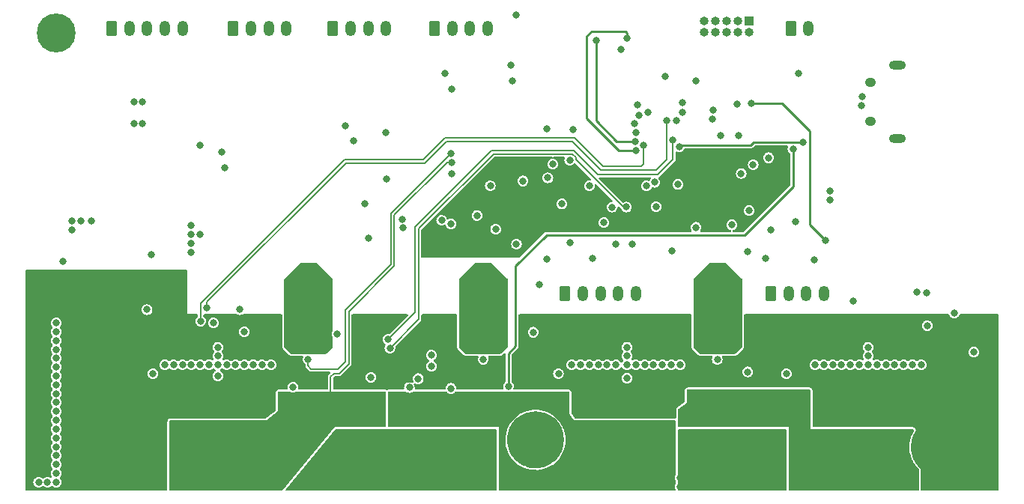
<source format=gbr>
%TF.GenerationSoftware,KiCad,Pcbnew,(6.0.9)*%
%TF.CreationDate,2022-12-08T19:58:11+01:00*%
%TF.ProjectId,battery-case-controller,62617474-6572-4792-9d63-6173652d636f,1*%
%TF.SameCoordinates,Original*%
%TF.FileFunction,Copper,L6,Bot*%
%TF.FilePolarity,Positive*%
%FSLAX46Y46*%
G04 Gerber Fmt 4.6, Leading zero omitted, Abs format (unit mm)*
G04 Created by KiCad (PCBNEW (6.0.9)) date 2022-12-08 19:58:11*
%MOMM*%
%LPD*%
G01*
G04 APERTURE LIST*
G04 Aperture macros list*
%AMRoundRect*
0 Rectangle with rounded corners*
0 $1 Rounding radius*
0 $2 $3 $4 $5 $6 $7 $8 $9 X,Y pos of 4 corners*
0 Add a 4 corners polygon primitive as box body*
4,1,4,$2,$3,$4,$5,$6,$7,$8,$9,$2,$3,0*
0 Add four circle primitives for the rounded corners*
1,1,$1+$1,$2,$3*
1,1,$1+$1,$4,$5*
1,1,$1+$1,$6,$7*
1,1,$1+$1,$8,$9*
0 Add four rect primitives between the rounded corners*
20,1,$1+$1,$2,$3,$4,$5,0*
20,1,$1+$1,$4,$5,$6,$7,0*
20,1,$1+$1,$6,$7,$8,$9,0*
20,1,$1+$1,$8,$9,$2,$3,0*%
G04 Aperture macros list end*
%TA.AperFunction,ComponentPad*%
%ADD10C,0.700000*%
%TD*%
%TA.AperFunction,ComponentPad*%
%ADD11C,4.400000*%
%TD*%
%TA.AperFunction,ComponentPad*%
%ADD12RoundRect,0.250000X-0.350000X-0.625000X0.350000X-0.625000X0.350000X0.625000X-0.350000X0.625000X0*%
%TD*%
%TA.AperFunction,ComponentPad*%
%ADD13O,1.200000X1.750000*%
%TD*%
%TA.AperFunction,ComponentPad*%
%ADD14C,0.800000*%
%TD*%
%TA.AperFunction,ComponentPad*%
%ADD15C,6.400000*%
%TD*%
%TA.AperFunction,ComponentPad*%
%ADD16O,1.250000X1.050000*%
%TD*%
%TA.AperFunction,ComponentPad*%
%ADD17O,1.900000X1.000000*%
%TD*%
%TA.AperFunction,ComponentPad*%
%ADD18R,1.000000X1.000000*%
%TD*%
%TA.AperFunction,ComponentPad*%
%ADD19O,1.000000X1.000000*%
%TD*%
%TA.AperFunction,ViaPad*%
%ADD20C,0.800000*%
%TD*%
%TA.AperFunction,Conductor*%
%ADD21C,0.250000*%
%TD*%
%TA.AperFunction,Conductor*%
%ADD22C,0.200000*%
%TD*%
G04 APERTURE END LIST*
D10*
%TO.P,J39,1,Pin_1*%
%TO.N,GNDPWR*%
X104166726Y-108666726D03*
X103000000Y-105850000D03*
X104650000Y-107500000D03*
X103000000Y-109150000D03*
X101833274Y-108666726D03*
X101833274Y-106333274D03*
D11*
X103000000Y-107500000D03*
D10*
X101350000Y-107500000D03*
X104166726Y-106333274D03*
%TD*%
D12*
%TO.P,J36,1,Pin_1*%
%TO.N,GNDD*%
X184250000Y-107700000D03*
D13*
%TO.P,J36,2,Pin_2*%
%TO.N,/Interface/PULSE_MOT_IN*%
X186250000Y-107700000D03*
%TO.P,J36,3,Pin_3*%
%TO.N,/Interface/TEMP_MOT_IN*%
X188250000Y-107700000D03*
%TO.P,J36,4,Pin_4*%
%TO.N,GNDA*%
X190250000Y-107700000D03*
%TD*%
D12*
%TO.P,J32,1,Pin_1*%
%TO.N,+BATT*%
X109750000Y-77700000D03*
D13*
%TO.P,J32,2,Pin_2*%
%TO.N,/power_supply/DCDC_VIN*%
X111750000Y-77700000D03*
%TO.P,J32,3,Pin_3*%
%TO.N,GNDD*%
X113750000Y-77700000D03*
%TO.P,J32,4,Pin_4*%
%TO.N,/mcu/DISP_TX*%
X115750000Y-77700000D03*
%TO.P,J32,5,Pin_5*%
%TO.N,/mcu/DISP_RX*%
X117750000Y-77700000D03*
%TD*%
D14*
%TO.P,M33,1,1*%
%TO.N,GNDPWR*%
X204997056Y-126697056D03*
X203300000Y-122600000D03*
X204997056Y-123302944D03*
X200900000Y-125000000D03*
X201602944Y-123302944D03*
D15*
X203300000Y-125000000D03*
D14*
X203300000Y-127400000D03*
X201602944Y-126697056D03*
X205700000Y-125000000D03*
%TD*%
D12*
%TO.P,J41,1,Pin_1*%
%TO.N,Net-(J40-Pad1)*%
X134750000Y-77700000D03*
D13*
%TO.P,J41,2,Pin_2*%
%TO.N,/Interface/CAN+*%
X136750000Y-77700000D03*
%TO.P,J41,3,Pin_3*%
%TO.N,/Interface/CAN-*%
X138750000Y-77700000D03*
%TO.P,J41,4,Pin_4*%
%TO.N,/Interface/CAN_GND*%
X140750000Y-77700000D03*
%TD*%
D12*
%TO.P,U31,1,Pin_1*%
%TO.N,/Interface/ENABLE+*%
X186500000Y-77700000D03*
D13*
%TO.P,U31,2,Pin_2*%
%TO.N,/Interface/ENABLE-*%
X188500000Y-77700000D03*
%TD*%
D12*
%TO.P,J34,1,Pin_1*%
%TO.N,+5V*%
X161000000Y-107700000D03*
D13*
%TO.P,J34,2,Pin_2*%
%TO.N,/Interface/HALL_A_IN*%
X163000000Y-107700000D03*
%TO.P,J34,3,Pin_3*%
%TO.N,/Interface/HALL_B_IN*%
X165000000Y-107700000D03*
%TO.P,J34,4,Pin_4*%
%TO.N,/Interface/HALL_C_IN*%
X167000000Y-107700000D03*
%TO.P,J34,5,Pin_5*%
%TO.N,GNDD*%
X169000000Y-107700000D03*
%TD*%
%TO.P,J40,4,Pin_4*%
%TO.N,/Interface/CAN_GND*%
X129500000Y-77750000D03*
%TO.P,J40,3,Pin_3*%
%TO.N,/Interface/CAN-*%
X127500000Y-77750000D03*
%TO.P,J40,2,Pin_2*%
%TO.N,/Interface/CAN+*%
X125500000Y-77750000D03*
D12*
%TO.P,J40,1,Pin_1*%
%TO.N,Net-(J40-Pad1)*%
X123500000Y-77750000D03*
%TD*%
D16*
%TO.P,J42,6,Shield*%
%TO.N,GNDD*%
X195550000Y-88225000D03*
D17*
X198550000Y-81825000D03*
D16*
X195550000Y-83775000D03*
D17*
X198550000Y-90175000D03*
%TD*%
D14*
%TO.P,M31,1,1*%
%TO.N,GNDPWR*%
X112000000Y-127400000D03*
D15*
X112000000Y-125000000D03*
D14*
X113697056Y-123302944D03*
X109600000Y-125000000D03*
X113697056Y-126697056D03*
X110302944Y-126697056D03*
X110302944Y-123302944D03*
X114400000Y-125000000D03*
X112000000Y-122600000D03*
%TD*%
D18*
%TO.P,J43,1,Pin_1*%
%TO.N,+3V3*%
X181800000Y-76875000D03*
D19*
%TO.P,J43,2,Pin_2*%
%TO.N,/mcu/SWD_IO*%
X181800000Y-78145000D03*
%TO.P,J43,3,Pin_3*%
%TO.N,GNDD*%
X180530000Y-76875000D03*
%TO.P,J43,4,Pin_4*%
%TO.N,/mcu/SWD_CLK*%
X180530000Y-78145000D03*
%TO.P,J43,5,Pin_5*%
%TO.N,GNDD*%
X179260000Y-76875000D03*
%TO.P,J43,6,Pin_6*%
%TO.N,unconnected-(J43-Pad6)*%
X179260000Y-78145000D03*
%TO.P,J43,7,Pin_7*%
%TO.N,unconnected-(J43-Pad7)*%
X177990000Y-76875000D03*
%TO.P,J43,8,Pin_8*%
%TO.N,unconnected-(J43-Pad8)*%
X177990000Y-78145000D03*
%TO.P,J43,9,Pin_9*%
%TO.N,unconnected-(J43-Pad9)*%
X176720000Y-76875000D03*
%TO.P,J43,10,Pin_10*%
%TO.N,/mcu/NRST*%
X176720000Y-78145000D03*
%TD*%
D10*
%TO.P,J37,1,Pin_1*%
%TO.N,/phase_c/Phase*%
X177083274Y-106083274D03*
D11*
X178250000Y-107250000D03*
D10*
X176600000Y-107250000D03*
X178250000Y-108900000D03*
X177083274Y-108416726D03*
X179900000Y-107250000D03*
X178250000Y-105600000D03*
X179416726Y-106083274D03*
X179416726Y-108416726D03*
%TD*%
%TO.P,J35,1,Pin_1*%
%TO.N,/phase_b/Phase*%
X150583274Y-108416726D03*
D11*
X151750000Y-107250000D03*
D10*
X152916726Y-108416726D03*
X152916726Y-106083274D03*
X153400000Y-107250000D03*
X151750000Y-108900000D03*
X151750000Y-105600000D03*
X150100000Y-107250000D03*
X150583274Y-106083274D03*
%TD*%
D12*
%TO.P,J38,1,Pin_1*%
%TO.N,+12V*%
X146250000Y-77700000D03*
D13*
%TO.P,J38,2,Pin_2*%
%TO.N,/Interface/PULSE_CRK_IN*%
X148250000Y-77700000D03*
%TO.P,J38,3,Pin_3*%
%TO.N,/Interface/TORQ_CRK_IN*%
X150250000Y-77700000D03*
%TO.P,J38,4,Pin_4*%
%TO.N,GNDD*%
X152250000Y-77700000D03*
%TD*%
D11*
%TO.P,J33,1,Pin_1*%
%TO.N,/phase_a/Phase*%
X132000000Y-107250000D03*
D10*
X133166726Y-108416726D03*
X133650000Y-107250000D03*
X130350000Y-107250000D03*
X130833274Y-108416726D03*
X130833274Y-106083274D03*
X132000000Y-105600000D03*
X133166726Y-106083274D03*
X132000000Y-108900000D03*
%TD*%
D14*
%TO.P,M32,1,1*%
%TO.N,GNDPWR*%
X155250000Y-124220000D03*
X159347056Y-125917056D03*
X155952944Y-125917056D03*
X159347056Y-122522944D03*
X157650000Y-121820000D03*
D15*
X157650000Y-124220000D03*
D14*
X155952944Y-122522944D03*
X157650000Y-126620000D03*
X160050000Y-124220000D03*
%TD*%
D10*
%TO.P,J31,1,Pin_1*%
%TO.N,+BATT*%
X105150000Y-78250000D03*
X103500000Y-79900000D03*
D11*
X103500000Y-78250000D03*
D10*
X101850000Y-78250000D03*
X104666726Y-79416726D03*
X103500000Y-76600000D03*
X102333274Y-79416726D03*
X102333274Y-77083274D03*
X104666726Y-77083274D03*
%TD*%
D20*
%TO.N,GNDPWR*%
X140695000Y-115905000D03*
%TO.N,/mcu/AIN_TEMP*%
X186750000Y-91324500D03*
X154600000Y-118150000D03*
%TO.N,GNDA*%
X181800000Y-98300000D03*
X158050000Y-106650000D03*
X151050000Y-98850000D03*
X148150000Y-94150000D03*
X142650000Y-100250000D03*
X155500000Y-102100000D03*
X165378389Y-99650500D03*
X187050000Y-99550000D03*
X154850000Y-81850000D03*
X175800000Y-100200000D03*
X142625000Y-99275000D03*
X156245448Y-94947960D03*
X184003464Y-92324500D03*
X159600000Y-93050000D03*
%TO.N,/mcu/AIN_VDC*%
X182255300Y-93109600D03*
X157400000Y-112050000D03*
%TO.N,+12V*%
X207200000Y-114300000D03*
X122500000Y-93450000D03*
X113250000Y-88500000D03*
X112250000Y-88500000D03*
X112250000Y-86000000D03*
X114250000Y-103250000D03*
X113250000Y-86000000D03*
X193600000Y-108500000D03*
X113750000Y-109500000D03*
X135250000Y-112250000D03*
%TO.N,GNDPWR*%
X126750000Y-117750000D03*
X164750000Y-117750000D03*
X105250000Y-118000000D03*
X105250000Y-127000000D03*
X118750000Y-117750000D03*
X124750000Y-117750000D03*
X173000000Y-117750000D03*
X197250000Y-117750000D03*
X105250000Y-116000000D03*
X172000000Y-117750000D03*
X163750000Y-117750000D03*
X105250000Y-123000000D03*
X192250000Y-117750000D03*
X105250000Y-121000000D03*
X119750000Y-117750000D03*
X105250000Y-114000000D03*
X162750000Y-117750000D03*
X200250000Y-117750000D03*
X105250000Y-122000000D03*
X165750000Y-117750000D03*
X105250000Y-117000000D03*
X119300000Y-112100000D03*
X117750000Y-117750000D03*
X107500000Y-129000000D03*
X198250000Y-117750000D03*
X127750000Y-117750000D03*
X200000000Y-112199500D03*
X190250000Y-117750000D03*
X115750000Y-117750000D03*
X191250000Y-117750000D03*
X116750000Y-117750000D03*
X105250000Y-112000000D03*
X105250000Y-125000000D03*
X105250000Y-128000000D03*
X105250000Y-115000000D03*
X105250000Y-126000000D03*
X166750000Y-117750000D03*
X174000000Y-117750000D03*
X105250000Y-113000000D03*
X193250000Y-117750000D03*
X199250000Y-117750000D03*
X105250000Y-120000000D03*
X170000000Y-117750000D03*
X201250000Y-117750000D03*
X105250000Y-111000000D03*
X123750000Y-117750000D03*
X189250000Y-117750000D03*
X105250000Y-129000000D03*
X161750000Y-117750000D03*
X125750000Y-117750000D03*
X171000000Y-117750000D03*
X105250000Y-124000000D03*
X105250000Y-119000000D03*
X106250000Y-129000000D03*
%TO.N,/mcu/AIN_VB*%
X166315813Y-97908616D03*
X144400000Y-117300000D03*
%TO.N,+BATT*%
X123750000Y-115750000D03*
X172000000Y-115750000D03*
X182000000Y-128500000D03*
X195250000Y-115750000D03*
X103500000Y-123000000D03*
X177000000Y-129500000D03*
X134750000Y-127500000D03*
X163750000Y-115750000D03*
X176000000Y-129500000D03*
X148750000Y-129500000D03*
X119750000Y-115750000D03*
X181000000Y-123500000D03*
X190250000Y-115750000D03*
X174500000Y-123500000D03*
X174500000Y-127500000D03*
X170000000Y-115750000D03*
X181000000Y-129500000D03*
X141250000Y-126500000D03*
X117750000Y-115750000D03*
X103500000Y-121000000D03*
X169000000Y-115750000D03*
X141250000Y-123500000D03*
X181000000Y-124500000D03*
X181000000Y-128500000D03*
X135750000Y-128500000D03*
X183000000Y-129500000D03*
X168000000Y-114750000D03*
X103500000Y-128000000D03*
X183000000Y-128500000D03*
X147750000Y-129500000D03*
X176000000Y-128500000D03*
X181000000Y-125500000D03*
X103500000Y-129000000D03*
X103500000Y-113000000D03*
X182000000Y-129500000D03*
X141250000Y-124500000D03*
X142750000Y-129500000D03*
X141250000Y-127500000D03*
X180000000Y-123500000D03*
X134750000Y-126500000D03*
X194250000Y-115750000D03*
X143750000Y-129500000D03*
X174500000Y-124500000D03*
X198250000Y-115750000D03*
X135750000Y-129500000D03*
X103500000Y-117000000D03*
X134750000Y-125500000D03*
X165750000Y-115750000D03*
X127750000Y-115750000D03*
X168000000Y-115750000D03*
X180000000Y-129500000D03*
X103500000Y-120000000D03*
X126750000Y-115750000D03*
X115750000Y-115750000D03*
X175000000Y-129500000D03*
X185000000Y-129500000D03*
X185000000Y-128500000D03*
X103500000Y-116000000D03*
X181000000Y-126500000D03*
X150750000Y-128500000D03*
X139750000Y-129500000D03*
X161750000Y-115750000D03*
X150750000Y-129500000D03*
X147750000Y-128500000D03*
X136750000Y-128500000D03*
X131750000Y-128500000D03*
X103500000Y-126000000D03*
X131750000Y-129500000D03*
X138750000Y-129500000D03*
X184000000Y-129500000D03*
X103500000Y-125000000D03*
X148750000Y-128500000D03*
X103500000Y-127000000D03*
X179000000Y-129500000D03*
X166750000Y-115750000D03*
X174500000Y-126500000D03*
X102500000Y-129000000D03*
X136750000Y-129500000D03*
X196250000Y-115750000D03*
X152750000Y-129500000D03*
X164750000Y-115750000D03*
X103500000Y-119000000D03*
X141250000Y-125500000D03*
X134750000Y-128500000D03*
X134750000Y-124500000D03*
X174000000Y-129500000D03*
X152750000Y-128500000D03*
X195250000Y-113750000D03*
X124750000Y-115750000D03*
X118750000Y-115750000D03*
X180000000Y-126500000D03*
X103500000Y-118000000D03*
X189250000Y-115750000D03*
X141750000Y-129500000D03*
X121750000Y-113750000D03*
X180000000Y-125500000D03*
X141750000Y-128500000D03*
X173000000Y-115750000D03*
X134750000Y-129500000D03*
X174000000Y-128500000D03*
X151750000Y-129500000D03*
X193250000Y-115750000D03*
X149750000Y-128500000D03*
X144750000Y-128500000D03*
X103500000Y-124000000D03*
X132750000Y-129500000D03*
X171000000Y-115750000D03*
X199250000Y-115750000D03*
X179000000Y-128500000D03*
X147750000Y-123500000D03*
X178000000Y-128500000D03*
X178000000Y-129500000D03*
X122750000Y-115750000D03*
X200250000Y-115750000D03*
X191250000Y-115750000D03*
X201250000Y-115750000D03*
X101500000Y-129000000D03*
X140750000Y-129500000D03*
X147750000Y-125500000D03*
X140750000Y-128500000D03*
X144750000Y-129500000D03*
X197250000Y-115750000D03*
X103500000Y-111000000D03*
X142750000Y-128500000D03*
X145750000Y-129500000D03*
X103500000Y-122000000D03*
X168000000Y-113750000D03*
X120750000Y-115750000D03*
X192250000Y-115750000D03*
X180000000Y-124500000D03*
X139750000Y-128500000D03*
X103500000Y-114000000D03*
X147750000Y-124500000D03*
X151750000Y-128500000D03*
X174000000Y-115750000D03*
X133750000Y-128500000D03*
X180000000Y-127500000D03*
X175000000Y-128500000D03*
X147750000Y-127500000D03*
X174500000Y-125500000D03*
X184000000Y-128500000D03*
X133750000Y-129500000D03*
X103500000Y-112000000D03*
X195250000Y-114750000D03*
X143750000Y-128500000D03*
X130750000Y-129500000D03*
X145750000Y-128500000D03*
X137750000Y-129500000D03*
X177000000Y-128500000D03*
X149750000Y-129500000D03*
X147750000Y-126500000D03*
X121750000Y-115750000D03*
X125750000Y-115750000D03*
X132750000Y-128500000D03*
X180000000Y-128500000D03*
X121750000Y-114750000D03*
X146750000Y-128500000D03*
X146750000Y-129500000D03*
X116750000Y-115750000D03*
X138750000Y-128500000D03*
X137750000Y-128500000D03*
X103500000Y-115000000D03*
X181000000Y-127500000D03*
X162750000Y-115750000D03*
%TO.N,+3.3VADC*%
X176650000Y-96400000D03*
X158400000Y-93100000D03*
X182600000Y-94850000D03*
X158350000Y-98950000D03*
X145250000Y-102100000D03*
%TO.N,/mcu/AIN_VA*%
X139050000Y-117150000D03*
X160650000Y-97550000D03*
%TO.N,/mcu/AIN_VC*%
X180600000Y-89850000D03*
X186000000Y-116750000D03*
%TO.N,GNDD*%
X104250000Y-104000000D03*
X119750000Y-101000000D03*
X105250000Y-99500000D03*
X118750000Y-101000000D03*
X118750000Y-103000000D03*
X105250000Y-100500000D03*
X107500000Y-99500000D03*
X106250000Y-99500000D03*
X118750000Y-102000000D03*
X118750000Y-100000000D03*
%TO.N,+5V*%
X138350000Y-97550000D03*
%TO.N,+3V3*%
X147409668Y-82809668D03*
X187400000Y-82800000D03*
X140800000Y-94700000D03*
X180900000Y-94100000D03*
X173100000Y-102850000D03*
X138750000Y-101400000D03*
X175800000Y-83600000D03*
X164100000Y-103700000D03*
X167300000Y-80100000D03*
X158900000Y-103800000D03*
X155500000Y-76200000D03*
X183700000Y-103700000D03*
%TO.N,/Interface/TEMP_MOT*%
X182054401Y-86192654D03*
X190400000Y-101650000D03*
%TO.N,/Interface/PULSE_MOT*%
X171124500Y-95100000D03*
X181600000Y-102900000D03*
%TO.N,/Interface/HALL_C*%
X168870542Y-88430732D03*
X168600000Y-102100000D03*
%TO.N,/Interface/TORQ_CRK*%
X155000000Y-83600000D03*
X180450000Y-86300000D03*
%TO.N,/Interface/HALL_A*%
X169201109Y-86385500D03*
X161600000Y-101950000D03*
%TO.N,/Interface/HALL_B*%
X166750000Y-102100000D03*
X169329542Y-87542855D03*
%TO.N,/Interface/PULSE_CRK*%
X148200000Y-84600000D03*
X163750000Y-95500000D03*
%TO.N,/mcu/DISP_TX*%
X173750000Y-95350000D03*
%TO.N,/mcu/DISP_RX*%
X178600000Y-89850000D03*
%TO.N,/phase_a/Phase*%
X148056591Y-91860839D03*
X131950000Y-115100000D03*
%TO.N,/phase_b/Phase*%
X151750500Y-115100000D03*
X147050000Y-99400000D03*
%TO.N,/phase_c/Phase*%
X178200000Y-115150000D03*
X190950000Y-97100000D03*
%TO.N,/Interface/VREF*%
X152550000Y-95500000D03*
X171275076Y-97859015D03*
X189150000Y-103850000D03*
X184250000Y-100500000D03*
X153150000Y-100400000D03*
%TO.N,Net-(R35-Pad2)*%
X148100000Y-118400000D03*
X143400000Y-118300000D03*
%TO.N,/Interface/PWM_BREAK*%
X173924500Y-91065664D03*
X187925500Y-90600000D03*
%TO.N,/Interface/CAN_SLP*%
X136150000Y-88700000D03*
X172300000Y-83100000D03*
%TO.N,/mcu/PWM_B*%
X141000000Y-112850000D03*
X173200000Y-90300000D03*
%TO.N,/mcu/PWM_BN*%
X141200000Y-113850000D03*
X167935075Y-97900757D03*
%TO.N,/mcu/AIN_IB*%
X161521956Y-92603592D03*
X159050000Y-94600000D03*
%TO.N,/mcu/PWM_A*%
X120524500Y-109261227D03*
X172512299Y-88087701D03*
%TO.N,/mcu/PWM_AN*%
X119800000Y-110800000D03*
X169900000Y-90900000D03*
%TO.N,/mcu/AIN_IA*%
X158900000Y-89050000D03*
X161900000Y-89150000D03*
%TO.N,/mcu/PWM_C*%
X200750000Y-107500000D03*
X170400000Y-87200000D03*
%TO.N,/mcu/PWM_CN*%
X173600000Y-88100000D03*
X201850000Y-107600000D03*
%TO.N,/mcu/AIN_IC*%
X170200000Y-95500000D03*
X179850000Y-99900000D03*
%TO.N,/Interface/CAN_TX*%
X137100000Y-90400000D03*
X174300000Y-87200000D03*
%TO.N,/Interface/CAN_RX*%
X174300000Y-86100000D03*
X140700000Y-89450500D03*
%TO.N,/mcu/NRST*%
X169004279Y-89495721D03*
%TO.N,/mcu/USB_D-*%
X194544622Y-85394622D03*
X177688399Y-87927498D03*
%TO.N,/mcu/USB_D+*%
X194507142Y-86432102D03*
X177699504Y-86928057D03*
%TO.N,Net-(C36-Pad2)*%
X169000000Y-128500000D03*
X167000000Y-122500000D03*
X169000000Y-122500000D03*
X155000000Y-128500000D03*
X155750000Y-119500000D03*
X145500000Y-120500000D03*
X172000000Y-122500000D03*
X173000000Y-122500000D03*
X169000000Y-129500000D03*
X167500000Y-126500000D03*
X157000000Y-128500000D03*
X154000000Y-127500000D03*
X167500000Y-125500000D03*
X170000000Y-128500000D03*
X168000000Y-122500000D03*
X158000000Y-129500000D03*
X171000000Y-128500000D03*
X154000000Y-126500000D03*
X154000000Y-125500000D03*
X167500000Y-123500000D03*
X166000000Y-129500000D03*
X144500000Y-120500000D03*
X167000000Y-129500000D03*
X164000000Y-129500000D03*
X161000000Y-129500000D03*
X170000000Y-129500000D03*
X154000000Y-128500000D03*
X165000000Y-122500000D03*
X163000000Y-122500000D03*
X146500000Y-120500000D03*
X160000000Y-129500000D03*
X159000000Y-128500000D03*
X153750000Y-120500000D03*
X161000000Y-128500000D03*
X170000000Y-122500000D03*
X143500000Y-120500000D03*
X165000000Y-129500000D03*
X154750000Y-119500000D03*
X161000000Y-126500000D03*
X168000000Y-128500000D03*
X158750000Y-119500000D03*
X158750000Y-120500000D03*
X156750000Y-120500000D03*
X173000000Y-128500000D03*
X172000000Y-128500000D03*
X156750000Y-119500000D03*
X173000000Y-129500000D03*
X158000000Y-128500000D03*
X154750000Y-120500000D03*
X157750000Y-119500000D03*
X171000000Y-129500000D03*
X165000000Y-128500000D03*
X156000000Y-128500000D03*
X166000000Y-128500000D03*
X167500000Y-124500000D03*
X161000000Y-127500000D03*
X155000000Y-129500000D03*
X167000000Y-128500000D03*
X168000000Y-129500000D03*
X151750000Y-120500000D03*
X149750000Y-120500000D03*
X172000000Y-129500000D03*
X147500000Y-120500000D03*
X162000000Y-122500000D03*
X163000000Y-129500000D03*
X164000000Y-122500000D03*
X153750000Y-121500000D03*
X162000000Y-128500000D03*
X150750000Y-120500000D03*
X159000000Y-129500000D03*
X155000000Y-127500000D03*
X148099500Y-99803649D03*
X156000000Y-129500000D03*
X162000000Y-129500000D03*
X154000000Y-129500000D03*
X167500000Y-127500000D03*
X171000000Y-122500000D03*
X157000000Y-129500000D03*
X160000000Y-128500000D03*
X145890000Y-114635000D03*
X166000000Y-122500000D03*
X155750000Y-120500000D03*
X147750000Y-121500000D03*
X164000000Y-128500000D03*
X163000000Y-128500000D03*
X152750000Y-120500000D03*
%TO.N,Net-(R38-Pad2)*%
X145900000Y-115900000D03*
X160250000Y-116750000D03*
X168000000Y-117250000D03*
%TO.N,Net-(C47-Pad2)*%
X126750000Y-129500000D03*
X127750000Y-123500000D03*
X127750000Y-125500000D03*
X134000000Y-120500000D03*
X121750000Y-129500000D03*
X121750000Y-122500000D03*
X118750000Y-122500000D03*
X127750000Y-129500000D03*
X121750000Y-127500000D03*
X119750000Y-129500000D03*
X120750000Y-129500000D03*
X116750000Y-129500000D03*
X118750000Y-129500000D03*
X122750000Y-122500000D03*
X127750000Y-126500000D03*
X121750000Y-128500000D03*
X137250000Y-119500000D03*
X125750000Y-129500000D03*
X139250000Y-120500000D03*
X123750000Y-129500000D03*
X132000000Y-120500000D03*
X125750000Y-128500000D03*
X127750000Y-122500000D03*
X120750000Y-128500000D03*
X131000000Y-120500000D03*
X116750000Y-128500000D03*
X125750000Y-122500000D03*
X140250000Y-120500000D03*
X117750000Y-128500000D03*
X124750000Y-129500000D03*
X121750000Y-124500000D03*
X121750000Y-125500000D03*
X120750000Y-122500000D03*
X119750000Y-122500000D03*
X137250000Y-120500000D03*
X122750000Y-129500000D03*
X126750000Y-122500000D03*
X121750000Y-126500000D03*
X135000000Y-120500000D03*
X127750000Y-128500000D03*
X116750000Y-122500000D03*
X117750000Y-129500000D03*
X121250000Y-111000000D03*
X126750000Y-128500000D03*
X119750000Y-128500000D03*
X122750000Y-128500000D03*
X118750000Y-128500000D03*
X127750000Y-124500000D03*
X138250000Y-119500000D03*
X134500000Y-119500000D03*
X123750000Y-128500000D03*
X138250000Y-120500000D03*
X121750000Y-123500000D03*
X124750000Y-128500000D03*
X117750000Y-122500000D03*
X127750000Y-127500000D03*
X133000000Y-120500000D03*
X124750000Y-122500000D03*
X123750000Y-122500000D03*
X148200000Y-92850000D03*
%TO.N,Net-(C58-Pad2)*%
X197000000Y-128400000D03*
X193400000Y-126400000D03*
X183500000Y-120500000D03*
X194000000Y-128400000D03*
X181000000Y-120500000D03*
X179000000Y-120500000D03*
X177000000Y-120500000D03*
X192000000Y-128400000D03*
X193000000Y-129400000D03*
X180500000Y-122250000D03*
X199000000Y-129400000D03*
X187000000Y-124400000D03*
X188000000Y-129400000D03*
X193400000Y-123400000D03*
X191000000Y-129400000D03*
X183500000Y-119000000D03*
X198000000Y-128400000D03*
X187000000Y-125400000D03*
X195000000Y-128400000D03*
X189000000Y-128400000D03*
X199600000Y-123400000D03*
X190000000Y-128400000D03*
X194000000Y-129400000D03*
X180000000Y-120500000D03*
X185500000Y-120500000D03*
X195000000Y-129400000D03*
X196000000Y-128400000D03*
X180500000Y-121250000D03*
X186500000Y-120500000D03*
X191000000Y-128400000D03*
X197000000Y-129400000D03*
X193400000Y-125400000D03*
X187000000Y-129400000D03*
X196000000Y-129400000D03*
X187000000Y-122500000D03*
X187420008Y-120517094D03*
X193400000Y-124400000D03*
X193000000Y-128400000D03*
X200000000Y-128400000D03*
X198000000Y-129400000D03*
X189000000Y-129400000D03*
X188000000Y-128400000D03*
X192000000Y-129400000D03*
X200000000Y-129400000D03*
X187000000Y-123400000D03*
X187000000Y-126400000D03*
X187000000Y-127400000D03*
X190000000Y-129400000D03*
X204985000Y-109885000D03*
X193400000Y-127400000D03*
X183000000Y-119750000D03*
X199600000Y-126400000D03*
X199600000Y-127400000D03*
X190975721Y-96100829D03*
X199000000Y-128400000D03*
X187000000Y-121500000D03*
X184500000Y-120500000D03*
X184000000Y-119750000D03*
X184500000Y-119000000D03*
X187000000Y-128400000D03*
X178000000Y-120500000D03*
%TO.N,Net-(R43-Pad2)*%
X130250000Y-118250000D03*
X124250000Y-109500000D03*
%TO.N,Net-(R46-Pad2)*%
X114411043Y-116738957D03*
X124750000Y-112000000D03*
X121750000Y-117000000D03*
%TO.N,Net-(R51-Pad2)*%
X201926856Y-111299500D03*
X181636043Y-116536043D03*
%TO.N,Net-(R65-Pad1)*%
X122150000Y-91700000D03*
X119750000Y-90900000D03*
%TO.N,Net-(R87-Pad2)*%
X164500000Y-79050000D03*
X168900000Y-90500000D03*
%TO.N,Net-(R88-Pad2)*%
X168000000Y-78800000D03*
X169000000Y-91500000D03*
%TD*%
D21*
%TO.N,/mcu/AIN_TEMP*%
X154600000Y-114450000D02*
X155400000Y-113650000D01*
X158900000Y-101050000D02*
X181300000Y-101050000D01*
X186750000Y-95600000D02*
X186750000Y-91324500D01*
X155400000Y-104550000D02*
X158900000Y-101050000D01*
X181300000Y-101050000D02*
X186750000Y-95600000D01*
X155400000Y-113650000D02*
X155400000Y-104550000D01*
X154600000Y-118150000D02*
X154600000Y-114450000D01*
%TO.N,/Interface/TEMP_MOT*%
X182097055Y-86150000D02*
X185500000Y-86150000D01*
X185500000Y-86150000D02*
X188650000Y-89300000D01*
X182054401Y-86192654D02*
X182097055Y-86150000D01*
X188650000Y-89300000D02*
X188650000Y-99900000D01*
X188650000Y-99900000D02*
X190400000Y-101650000D01*
D22*
%TO.N,/phase_a/Phase*%
X132300000Y-116200000D02*
X131950000Y-115850000D01*
X135350000Y-116200000D02*
X132300000Y-116200000D01*
X141300000Y-98650000D02*
X141300000Y-104385020D01*
X141300000Y-104385020D02*
X136150499Y-109534521D01*
X136150499Y-115399501D02*
X135350000Y-116200000D01*
X136150499Y-109534521D02*
X136150499Y-115399501D01*
X141300499Y-98649501D02*
X141300000Y-98650000D01*
X148056591Y-91860839D02*
X141300499Y-98616931D01*
X141300499Y-98616931D02*
X141300499Y-98649501D01*
X131950000Y-115850000D02*
X131950000Y-115100000D01*
D21*
%TO.N,/Interface/PWM_BREAK*%
X182300000Y-90600000D02*
X187925500Y-90600000D01*
X173924500Y-91065664D02*
X174040164Y-90950000D01*
X181950000Y-90950000D02*
X182300000Y-90600000D01*
X174040164Y-90950000D02*
X181950000Y-90950000D01*
D22*
%TO.N,/mcu/PWM_B*%
X144025499Y-100174165D02*
X152695073Y-91504591D01*
X144025499Y-109824501D02*
X144025499Y-100174165D01*
X141000000Y-112850000D02*
X144025499Y-109824501D01*
X161977178Y-91504591D02*
X164698086Y-94225499D01*
X164698086Y-94225499D02*
X171474501Y-94225499D01*
X171474501Y-94225499D02*
X173200000Y-92500000D01*
X173200000Y-92500000D02*
X173200000Y-90300000D01*
X152695073Y-91504591D02*
X161977178Y-91504591D01*
%TO.N,/mcu/PWM_BN*%
X161811699Y-91904092D02*
X162221456Y-92313849D01*
X162221456Y-92558639D02*
X167563574Y-97900757D01*
X162221456Y-92313849D02*
X162221456Y-92558639D01*
X152895908Y-91904092D02*
X161811699Y-91904092D01*
X144450000Y-110600000D02*
X144450000Y-100350000D01*
X141200000Y-113850000D02*
X144450000Y-110600000D01*
X144450000Y-100350000D02*
X152895908Y-91904092D01*
X167563574Y-97900757D02*
X167935075Y-97900757D01*
%TO.N,/mcu/PWM_A*%
X136225499Y-92924501D02*
X145175835Y-92924501D01*
X172500000Y-92550000D02*
X172500000Y-88100000D01*
X147575835Y-90524501D02*
X161774501Y-90524501D01*
X120524500Y-109261227D02*
X120524500Y-108625500D01*
X165000000Y-93750000D02*
X171300000Y-93750000D01*
X145175835Y-92924501D02*
X147575835Y-90524501D01*
X120524500Y-108625500D02*
X136225499Y-92924501D01*
X161774501Y-90524501D02*
X165000000Y-93750000D01*
X171300000Y-93750000D02*
X172500000Y-92550000D01*
X172500000Y-88100000D02*
X172512299Y-88087701D01*
%TO.N,/mcu/PWM_AN*%
X145000000Y-92500000D02*
X136049664Y-92500000D01*
X162100000Y-90100000D02*
X147400000Y-90100000D01*
X169600000Y-93300000D02*
X165300000Y-93300000D01*
X169900000Y-93000000D02*
X169600000Y-93300000D01*
X119800000Y-108749664D02*
X119800000Y-110800000D01*
X165300000Y-93300000D02*
X162100000Y-90100000D01*
X169900000Y-90900000D02*
X169900000Y-93000000D01*
X147400000Y-90100000D02*
X145000000Y-92500000D01*
X136049664Y-92500000D02*
X119800000Y-108749664D01*
%TO.N,Net-(C47-Pad2)*%
X135450000Y-116700000D02*
X134850000Y-116700000D01*
X134850000Y-116700000D02*
X134500000Y-117050000D01*
X147650000Y-92850000D02*
X141700000Y-98800000D01*
X148200000Y-92850000D02*
X147650000Y-92850000D01*
X141700000Y-98800000D02*
X141700000Y-104550000D01*
X141700000Y-104550000D02*
X136550000Y-109700000D01*
X134500000Y-117050000D02*
X134500000Y-119500000D01*
X136550000Y-115600000D02*
X135450000Y-116700000D01*
X136550000Y-109700000D02*
X136550000Y-115600000D01*
D21*
%TO.N,Net-(R87-Pad2)*%
X164500000Y-88150000D02*
X164500000Y-79050000D01*
X166850000Y-90500000D02*
X164500000Y-88150000D01*
X168900000Y-90500000D02*
X166850000Y-90500000D01*
%TO.N,Net-(R88-Pad2)*%
X163900000Y-78100000D02*
X163950000Y-78050000D01*
X168000000Y-78200000D02*
X168000000Y-78800000D01*
X163450000Y-78550000D02*
X163900000Y-78100000D01*
X163950000Y-78050000D02*
X167850000Y-78050000D01*
X167850000Y-78050000D02*
X168000000Y-78200000D01*
X163450000Y-87900000D02*
X163450000Y-78550000D01*
X167050000Y-91500000D02*
X163450000Y-87900000D01*
X169000000Y-91500000D02*
X167050000Y-91500000D01*
%TD*%
%TA.AperFunction,Conductor*%
%TO.N,/phase_c/Phase*%
G36*
X179265931Y-104270002D02*
G01*
X179286905Y-104286905D01*
X180963095Y-105963095D01*
X180997121Y-106025407D01*
X181000000Y-106052190D01*
X181000000Y-113697810D01*
X180979998Y-113765931D01*
X180963095Y-113786905D01*
X180286905Y-114463095D01*
X180224593Y-114497121D01*
X180197810Y-114500000D01*
X176302190Y-114500000D01*
X176234069Y-114479998D01*
X176213095Y-114463095D01*
X175536905Y-113786905D01*
X175502879Y-113724593D01*
X175500000Y-113697810D01*
X175500000Y-106052190D01*
X175520002Y-105984069D01*
X175536905Y-105963095D01*
X177213095Y-104286905D01*
X177275407Y-104252879D01*
X177302190Y-104250000D01*
X179197810Y-104250000D01*
X179265931Y-104270002D01*
G37*
%TD.AperFunction*%
%TD*%
%TA.AperFunction,Conductor*%
%TO.N,/phase_a/Phase*%
G36*
X133015931Y-104270002D02*
G01*
X133036905Y-104286905D01*
X134713095Y-105963095D01*
X134747121Y-106025407D01*
X134750000Y-106052190D01*
X134750000Y-111873055D01*
X134733120Y-111936054D01*
X134730491Y-111940607D01*
X134725464Y-111947159D01*
X134664956Y-112093238D01*
X134644318Y-112250000D01*
X134664956Y-112406762D01*
X134725464Y-112552841D01*
X134730491Y-112559393D01*
X134733120Y-112563946D01*
X134750000Y-112626945D01*
X134750000Y-113697810D01*
X134729998Y-113765931D01*
X134713095Y-113786905D01*
X134036905Y-114463095D01*
X133974593Y-114497121D01*
X133947810Y-114500000D01*
X130052190Y-114500000D01*
X129984069Y-114479998D01*
X129963095Y-114463095D01*
X129286905Y-113786905D01*
X129252879Y-113724593D01*
X129250000Y-113697810D01*
X129250000Y-106052190D01*
X129270002Y-105984069D01*
X129286905Y-105963095D01*
X130963095Y-104286905D01*
X131025407Y-104252879D01*
X131052190Y-104250000D01*
X132947810Y-104250000D01*
X133015931Y-104270002D01*
G37*
%TD.AperFunction*%
%TD*%
%TA.AperFunction,Conductor*%
%TO.N,+BATT*%
G36*
X153192121Y-123020002D02*
G01*
X153238614Y-123073658D01*
X153250000Y-123126000D01*
X153250000Y-129863500D01*
X153229998Y-129931621D01*
X153176342Y-129978114D01*
X153124000Y-129989500D01*
X129543265Y-129989500D01*
X129475144Y-129969498D01*
X129428651Y-129915842D01*
X129418547Y-129845568D01*
X129446195Y-129783166D01*
X135022058Y-123045665D01*
X135080897Y-123005939D01*
X135119126Y-123000000D01*
X153124000Y-123000000D01*
X153192121Y-123020002D01*
G37*
%TD.AperFunction*%
%TD*%
%TA.AperFunction,Conductor*%
%TO.N,/phase_b/Phase*%
G36*
X152765931Y-104270002D02*
G01*
X152786905Y-104286905D01*
X154463095Y-105963095D01*
X154497121Y-106025407D01*
X154500000Y-106052190D01*
X154500000Y-113697810D01*
X154479998Y-113765931D01*
X154463095Y-113786905D01*
X153786905Y-114463095D01*
X153724593Y-114497121D01*
X153697810Y-114500000D01*
X149802190Y-114500000D01*
X149734069Y-114479998D01*
X149713095Y-114463095D01*
X149036905Y-113786905D01*
X149002879Y-113724593D01*
X149000000Y-113697810D01*
X149000000Y-106052190D01*
X149020002Y-105984069D01*
X149036905Y-105963095D01*
X150713095Y-104286905D01*
X150775407Y-104252879D01*
X150802190Y-104250000D01*
X152697810Y-104250000D01*
X152765931Y-104270002D01*
G37*
%TD.AperFunction*%
%TD*%
%TA.AperFunction,Conductor*%
%TO.N,Net-(C58-Pad2)*%
G36*
X188692121Y-118520002D02*
G01*
X188738614Y-118573658D01*
X188750000Y-118626000D01*
X188750000Y-123000000D01*
X200309481Y-123000000D01*
X200377602Y-123020002D01*
X200424095Y-123073658D01*
X200434199Y-123143932D01*
X200413571Y-123197001D01*
X200387062Y-123235862D01*
X200213574Y-123560776D01*
X200212299Y-123563948D01*
X200212297Y-123563952D01*
X200103411Y-123834817D01*
X200076192Y-123902526D01*
X199976521Y-124257115D01*
X199915729Y-124620393D01*
X199894527Y-124988113D01*
X199913162Y-125355971D01*
X199913699Y-125359326D01*
X199913700Y-125359332D01*
X199954038Y-125611170D01*
X199971416Y-125719665D01*
X200068608Y-126074941D01*
X200203602Y-126417642D01*
X200205185Y-126420657D01*
X200329143Y-126656762D01*
X200374817Y-126743759D01*
X200376718Y-126746588D01*
X200376724Y-126746598D01*
X200498812Y-126928282D01*
X200580252Y-127049477D01*
X200817502Y-127331221D01*
X200917759Y-127427029D01*
X200961051Y-127468400D01*
X200996481Y-127529925D01*
X201000000Y-127559494D01*
X201000000Y-129863500D01*
X200979998Y-129931621D01*
X200926342Y-129978114D01*
X200874000Y-129989500D01*
X186376000Y-129989500D01*
X186307879Y-129969498D01*
X186261386Y-129915842D01*
X186250000Y-129863500D01*
X186250000Y-122750000D01*
X173876000Y-122750000D01*
X173807879Y-122729998D01*
X173761386Y-122676342D01*
X173750000Y-122624000D01*
X173750000Y-120813000D01*
X173770002Y-120744879D01*
X173800400Y-120712200D01*
X174735505Y-120010871D01*
X174750000Y-120000000D01*
X174750000Y-118626000D01*
X174770002Y-118557879D01*
X174823658Y-118511386D01*
X174876000Y-118500000D01*
X188624000Y-118500000D01*
X188692121Y-118520002D01*
G37*
%TD.AperFunction*%
%TD*%
%TA.AperFunction,Conductor*%
%TO.N,Net-(C36-Pad2)*%
G36*
X143025372Y-118770002D02*
G01*
X143033939Y-118776026D01*
X143097159Y-118824536D01*
X143243238Y-118885044D01*
X143400000Y-118905682D01*
X143408188Y-118904604D01*
X143548574Y-118886122D01*
X143556762Y-118885044D01*
X143702841Y-118824536D01*
X143766048Y-118776036D01*
X143832266Y-118750437D01*
X143842749Y-118750000D01*
X147549514Y-118750000D01*
X147617635Y-118770002D01*
X147649474Y-118799294D01*
X147671718Y-118828282D01*
X147797159Y-118924536D01*
X147943238Y-118985044D01*
X148100000Y-119005682D01*
X148108188Y-119004604D01*
X148248574Y-118986122D01*
X148256762Y-118985044D01*
X148402841Y-118924536D01*
X148528282Y-118828282D01*
X148550525Y-118799294D01*
X148607862Y-118757428D01*
X148650486Y-118750000D01*
X154548583Y-118750000D01*
X154565029Y-118751078D01*
X154600000Y-118755682D01*
X154608188Y-118754604D01*
X154634971Y-118751078D01*
X154651417Y-118750000D01*
X161374000Y-118750000D01*
X161442121Y-118770002D01*
X161488614Y-118823658D01*
X161500000Y-118876000D01*
X161500000Y-121250000D01*
X161510347Y-121265521D01*
X161510348Y-121265523D01*
X161749685Y-121624528D01*
X162000000Y-122000000D01*
X173374000Y-122000000D01*
X173442121Y-122020002D01*
X173488614Y-122073658D01*
X173500000Y-122126000D01*
X173500000Y-128123055D01*
X173483120Y-128186054D01*
X173480491Y-128190607D01*
X173475464Y-128197159D01*
X173414956Y-128343238D01*
X173394318Y-128500000D01*
X173414956Y-128656762D01*
X173475464Y-128802841D01*
X173480491Y-128809393D01*
X173483120Y-128813946D01*
X173500000Y-128876945D01*
X173500000Y-129123055D01*
X173483120Y-129186054D01*
X173480491Y-129190607D01*
X173475464Y-129197159D01*
X173414956Y-129343238D01*
X173394318Y-129500000D01*
X173414956Y-129656762D01*
X173475464Y-129802841D01*
X173476137Y-129803718D01*
X173492095Y-129869494D01*
X173468875Y-129936586D01*
X173413069Y-129980474D01*
X173366238Y-129989500D01*
X153626000Y-129989500D01*
X153557879Y-129969498D01*
X153511386Y-129915842D01*
X153500000Y-129863500D01*
X153500000Y-124208113D01*
X154244527Y-124208113D01*
X154263162Y-124575971D01*
X154263699Y-124579326D01*
X154263700Y-124579332D01*
X154299500Y-124802841D01*
X154321416Y-124939665D01*
X154418608Y-125294941D01*
X154553602Y-125637642D01*
X154724817Y-125963759D01*
X154726718Y-125966588D01*
X154726724Y-125966598D01*
X154881656Y-126197159D01*
X154930252Y-126269477D01*
X155167502Y-126551221D01*
X155270006Y-126649176D01*
X155431329Y-126803341D01*
X155431336Y-126803347D01*
X155433792Y-126805694D01*
X155726008Y-127029919D01*
X156040731Y-127221274D01*
X156374279Y-127377519D01*
X156377497Y-127378621D01*
X156377500Y-127378622D01*
X156719528Y-127495725D01*
X156719536Y-127495727D01*
X156722751Y-127496828D01*
X157082070Y-127577804D01*
X157165002Y-127587253D01*
X157444650Y-127619115D01*
X157444658Y-127619115D01*
X157448033Y-127619500D01*
X157451437Y-127619518D01*
X157451440Y-127619518D01*
X157651074Y-127620563D01*
X157816358Y-127621428D01*
X157819744Y-127621078D01*
X157819746Y-127621078D01*
X158179345Y-127583918D01*
X158179354Y-127583917D01*
X158182737Y-127583567D01*
X158186070Y-127582853D01*
X158186073Y-127582852D01*
X158363489Y-127544817D01*
X158542884Y-127506358D01*
X158892586Y-127390705D01*
X159227752Y-127237961D01*
X159324965Y-127180240D01*
X159541516Y-127051662D01*
X159541521Y-127051659D01*
X159544461Y-127049913D01*
X159571091Y-127029919D01*
X159836276Y-126830812D01*
X159839009Y-126828760D01*
X160107950Y-126577089D01*
X160348138Y-126297846D01*
X160365838Y-126272093D01*
X160554831Y-125997104D01*
X160556762Y-125994295D01*
X160558374Y-125991301D01*
X160558379Y-125991293D01*
X160729761Y-125673001D01*
X160731383Y-125669989D01*
X160869958Y-125328720D01*
X160970865Y-124974482D01*
X161032925Y-124611418D01*
X161034888Y-124579332D01*
X161055301Y-124245572D01*
X161055411Y-124243775D01*
X161055494Y-124220000D01*
X161035575Y-123852209D01*
X160976052Y-123488720D01*
X160877620Y-123133786D01*
X160874443Y-123125801D01*
X160742690Y-122794722D01*
X160741431Y-122791558D01*
X160680427Y-122676342D01*
X160570677Y-122469060D01*
X160570673Y-122469053D01*
X160569078Y-122466041D01*
X160362578Y-122161041D01*
X160124346Y-121880128D01*
X159857168Y-121626586D01*
X159564172Y-121403382D01*
X159561260Y-121401625D01*
X159561255Y-121401622D01*
X159251705Y-121214889D01*
X159251696Y-121214884D01*
X159248783Y-121213127D01*
X159245693Y-121211693D01*
X159245688Y-121211690D01*
X159081737Y-121135587D01*
X158914691Y-121058047D01*
X158911466Y-121056955D01*
X158911460Y-121056953D01*
X158569032Y-120941048D01*
X158569027Y-120941047D01*
X158565805Y-120939956D01*
X158331920Y-120888104D01*
X158209536Y-120860972D01*
X158209532Y-120860971D01*
X158206206Y-120860234D01*
X158056624Y-120843720D01*
X157843482Y-120820189D01*
X157843475Y-120820189D01*
X157840100Y-120819816D01*
X157836701Y-120819810D01*
X157836700Y-120819810D01*
X157662979Y-120819507D01*
X157471770Y-120819173D01*
X157334556Y-120833837D01*
X157108910Y-120857951D01*
X157108904Y-120857952D01*
X157105526Y-120858313D01*
X156745650Y-120936779D01*
X156396354Y-121053652D01*
X156393261Y-121055075D01*
X156393260Y-121055075D01*
X156383674Y-121059484D01*
X156061723Y-121207565D01*
X156058789Y-121209321D01*
X156058787Y-121209322D01*
X155990819Y-121250000D01*
X155745672Y-121396718D01*
X155451898Y-121618897D01*
X155183837Y-121871505D01*
X155181625Y-121874095D01*
X155181624Y-121874096D01*
X155011182Y-122073658D01*
X154944626Y-122151585D01*
X154942698Y-122154412D01*
X154942696Y-122154414D01*
X154936251Y-122163862D01*
X154737062Y-122455862D01*
X154731627Y-122466041D01*
X154619337Y-122676342D01*
X154563574Y-122780776D01*
X154562299Y-122783948D01*
X154562297Y-122783952D01*
X154446617Y-123071718D01*
X154426192Y-123122526D01*
X154326521Y-123477115D01*
X154325959Y-123480472D01*
X154325959Y-123480473D01*
X154324015Y-123492093D01*
X154265729Y-123840393D01*
X154244527Y-124208113D01*
X153500000Y-124208113D01*
X153500000Y-122750000D01*
X141126000Y-122750000D01*
X141057879Y-122729998D01*
X141011386Y-122676342D01*
X141000000Y-122624000D01*
X141000000Y-118876000D01*
X141020002Y-118807879D01*
X141073658Y-118761386D01*
X141126000Y-118750000D01*
X142957251Y-118750000D01*
X143025372Y-118770002D01*
G37*
%TD.AperFunction*%
%TD*%
%TA.AperFunction,Conductor*%
%TO.N,GNDPWR*%
G36*
X175236621Y-110020002D02*
G01*
X175283114Y-110073658D01*
X175294500Y-110126000D01*
X175294500Y-113697810D01*
X175295677Y-113719773D01*
X175298556Y-113746556D01*
X175322517Y-113823081D01*
X175325483Y-113828513D01*
X175325484Y-113828515D01*
X175354385Y-113881442D01*
X175354388Y-113881447D01*
X175356543Y-113885393D01*
X175359241Y-113888997D01*
X175379348Y-113915855D01*
X175391595Y-113932215D01*
X176067785Y-114608405D01*
X176084145Y-114623102D01*
X176085445Y-114624150D01*
X176085463Y-114624165D01*
X176098240Y-114634461D01*
X176105119Y-114640005D01*
X176176173Y-114677174D01*
X176198149Y-114683627D01*
X176239971Y-114695907D01*
X176239975Y-114695908D01*
X176244294Y-114697176D01*
X176248742Y-114697816D01*
X176248749Y-114697817D01*
X176297742Y-114704861D01*
X176297749Y-114704862D01*
X176302190Y-114705500D01*
X177545569Y-114705500D01*
X177613690Y-114725502D01*
X177660183Y-114779158D01*
X177670287Y-114849432D01*
X177661980Y-114879713D01*
X177614956Y-114993238D01*
X177594318Y-115150000D01*
X177595396Y-115158188D01*
X177612876Y-115290959D01*
X177614956Y-115306762D01*
X177675464Y-115452841D01*
X177771718Y-115578282D01*
X177897159Y-115674536D01*
X178043238Y-115735044D01*
X178051426Y-115736122D01*
X178105478Y-115743238D01*
X178200000Y-115755682D01*
X178208188Y-115754604D01*
X178243159Y-115750000D01*
X188644318Y-115750000D01*
X188645396Y-115758188D01*
X188658356Y-115856626D01*
X188664956Y-115906762D01*
X188725464Y-116052841D01*
X188821718Y-116178282D01*
X188947159Y-116274536D01*
X189093238Y-116335044D01*
X189250000Y-116355682D01*
X189258188Y-116354604D01*
X189398574Y-116336122D01*
X189406762Y-116335044D01*
X189552841Y-116274536D01*
X189673296Y-116182108D01*
X189739517Y-116156508D01*
X189809065Y-116170773D01*
X189826704Y-116182108D01*
X189947159Y-116274536D01*
X190093238Y-116335044D01*
X190250000Y-116355682D01*
X190258188Y-116354604D01*
X190398574Y-116336122D01*
X190406762Y-116335044D01*
X190552841Y-116274536D01*
X190673296Y-116182108D01*
X190739517Y-116156508D01*
X190809065Y-116170773D01*
X190826704Y-116182108D01*
X190947159Y-116274536D01*
X191093238Y-116335044D01*
X191250000Y-116355682D01*
X191258188Y-116354604D01*
X191398574Y-116336122D01*
X191406762Y-116335044D01*
X191552841Y-116274536D01*
X191673296Y-116182108D01*
X191739517Y-116156508D01*
X191809065Y-116170773D01*
X191826704Y-116182108D01*
X191947159Y-116274536D01*
X192093238Y-116335044D01*
X192250000Y-116355682D01*
X192258188Y-116354604D01*
X192398574Y-116336122D01*
X192406762Y-116335044D01*
X192552841Y-116274536D01*
X192673296Y-116182108D01*
X192739517Y-116156508D01*
X192809065Y-116170773D01*
X192826704Y-116182108D01*
X192947159Y-116274536D01*
X193093238Y-116335044D01*
X193250000Y-116355682D01*
X193258188Y-116354604D01*
X193398574Y-116336122D01*
X193406762Y-116335044D01*
X193552841Y-116274536D01*
X193673296Y-116182108D01*
X193739517Y-116156508D01*
X193809065Y-116170773D01*
X193826704Y-116182108D01*
X193947159Y-116274536D01*
X194093238Y-116335044D01*
X194250000Y-116355682D01*
X194258188Y-116354604D01*
X194398574Y-116336122D01*
X194406762Y-116335044D01*
X194552841Y-116274536D01*
X194673296Y-116182108D01*
X194739517Y-116156508D01*
X194809065Y-116170773D01*
X194826704Y-116182108D01*
X194947159Y-116274536D01*
X195093238Y-116335044D01*
X195250000Y-116355682D01*
X195258188Y-116354604D01*
X195398574Y-116336122D01*
X195406762Y-116335044D01*
X195552841Y-116274536D01*
X195673296Y-116182108D01*
X195739517Y-116156508D01*
X195809065Y-116170773D01*
X195826704Y-116182108D01*
X195947159Y-116274536D01*
X196093238Y-116335044D01*
X196250000Y-116355682D01*
X196258188Y-116354604D01*
X196398574Y-116336122D01*
X196406762Y-116335044D01*
X196552841Y-116274536D01*
X196673296Y-116182108D01*
X196739517Y-116156508D01*
X196809065Y-116170773D01*
X196826704Y-116182108D01*
X196947159Y-116274536D01*
X197093238Y-116335044D01*
X197250000Y-116355682D01*
X197258188Y-116354604D01*
X197398574Y-116336122D01*
X197406762Y-116335044D01*
X197552841Y-116274536D01*
X197673296Y-116182108D01*
X197739517Y-116156508D01*
X197809065Y-116170773D01*
X197826704Y-116182108D01*
X197947159Y-116274536D01*
X198093238Y-116335044D01*
X198250000Y-116355682D01*
X198258188Y-116354604D01*
X198398574Y-116336122D01*
X198406762Y-116335044D01*
X198552841Y-116274536D01*
X198673296Y-116182108D01*
X198739517Y-116156508D01*
X198809065Y-116170773D01*
X198826704Y-116182108D01*
X198947159Y-116274536D01*
X199093238Y-116335044D01*
X199250000Y-116355682D01*
X199258188Y-116354604D01*
X199398574Y-116336122D01*
X199406762Y-116335044D01*
X199552841Y-116274536D01*
X199673296Y-116182108D01*
X199739517Y-116156508D01*
X199809065Y-116170773D01*
X199826704Y-116182108D01*
X199947159Y-116274536D01*
X200093238Y-116335044D01*
X200250000Y-116355682D01*
X200258188Y-116354604D01*
X200398574Y-116336122D01*
X200406762Y-116335044D01*
X200552841Y-116274536D01*
X200673296Y-116182108D01*
X200739517Y-116156508D01*
X200809065Y-116170773D01*
X200826704Y-116182108D01*
X200947159Y-116274536D01*
X201093238Y-116335044D01*
X201250000Y-116355682D01*
X201258188Y-116354604D01*
X201398574Y-116336122D01*
X201406762Y-116335044D01*
X201552841Y-116274536D01*
X201678282Y-116178282D01*
X201774536Y-116052841D01*
X201835044Y-115906762D01*
X201841645Y-115856626D01*
X201854604Y-115758188D01*
X201855682Y-115750000D01*
X201842774Y-115651952D01*
X201836122Y-115601426D01*
X201835044Y-115593238D01*
X201774536Y-115447159D01*
X201678282Y-115321718D01*
X201552841Y-115225464D01*
X201406762Y-115164956D01*
X201366315Y-115159631D01*
X201258188Y-115145396D01*
X201250000Y-115144318D01*
X201241812Y-115145396D01*
X201133686Y-115159631D01*
X201093238Y-115164956D01*
X200947159Y-115225464D01*
X200873003Y-115282366D01*
X200826704Y-115317892D01*
X200760483Y-115343492D01*
X200690935Y-115329227D01*
X200673296Y-115317892D01*
X200626997Y-115282366D01*
X200552841Y-115225464D01*
X200406762Y-115164956D01*
X200366315Y-115159631D01*
X200258188Y-115145396D01*
X200250000Y-115144318D01*
X200241812Y-115145396D01*
X200133686Y-115159631D01*
X200093238Y-115164956D01*
X199947159Y-115225464D01*
X199873003Y-115282366D01*
X199826704Y-115317892D01*
X199760483Y-115343492D01*
X199690935Y-115329227D01*
X199673296Y-115317892D01*
X199626997Y-115282366D01*
X199552841Y-115225464D01*
X199406762Y-115164956D01*
X199366315Y-115159631D01*
X199258188Y-115145396D01*
X199250000Y-115144318D01*
X199241812Y-115145396D01*
X199133686Y-115159631D01*
X199093238Y-115164956D01*
X198947159Y-115225464D01*
X198873003Y-115282366D01*
X198826704Y-115317892D01*
X198760483Y-115343492D01*
X198690935Y-115329227D01*
X198673296Y-115317892D01*
X198626997Y-115282366D01*
X198552841Y-115225464D01*
X198406762Y-115164956D01*
X198366315Y-115159631D01*
X198258188Y-115145396D01*
X198250000Y-115144318D01*
X198241812Y-115145396D01*
X198133686Y-115159631D01*
X198093238Y-115164956D01*
X197947159Y-115225464D01*
X197873003Y-115282366D01*
X197826704Y-115317892D01*
X197760483Y-115343492D01*
X197690935Y-115329227D01*
X197673296Y-115317892D01*
X197626997Y-115282366D01*
X197552841Y-115225464D01*
X197406762Y-115164956D01*
X197366315Y-115159631D01*
X197258188Y-115145396D01*
X197250000Y-115144318D01*
X197241812Y-115145396D01*
X197133686Y-115159631D01*
X197093238Y-115164956D01*
X196947159Y-115225464D01*
X196873003Y-115282366D01*
X196826704Y-115317892D01*
X196760483Y-115343492D01*
X196690935Y-115329227D01*
X196673296Y-115317892D01*
X196626997Y-115282366D01*
X196552841Y-115225464D01*
X196406762Y-115164956D01*
X196366315Y-115159631D01*
X196258188Y-115145396D01*
X196250000Y-115144318D01*
X196241812Y-115145396D01*
X196133686Y-115159631D01*
X196093238Y-115164956D01*
X195947159Y-115225464D01*
X195942148Y-115229309D01*
X195874026Y-115245834D01*
X195806935Y-115222613D01*
X195763048Y-115166805D01*
X195756300Y-115096130D01*
X195770469Y-115058141D01*
X195774536Y-115052841D01*
X195835044Y-114906762D01*
X195855682Y-114750000D01*
X195835044Y-114593238D01*
X195774536Y-114447159D01*
X195682108Y-114326704D01*
X195671785Y-114300000D01*
X206594318Y-114300000D01*
X206614956Y-114456762D01*
X206675464Y-114602841D01*
X206706182Y-114642874D01*
X206751633Y-114702106D01*
X206771718Y-114728282D01*
X206778264Y-114733305D01*
X206807918Y-114756059D01*
X206897159Y-114824536D01*
X207043238Y-114885044D01*
X207200000Y-114905682D01*
X207208188Y-114904604D01*
X207348574Y-114886122D01*
X207356762Y-114885044D01*
X207502841Y-114824536D01*
X207592082Y-114756059D01*
X207621736Y-114733305D01*
X207628282Y-114728282D01*
X207648368Y-114702106D01*
X207693818Y-114642874D01*
X207724536Y-114602841D01*
X207785044Y-114456762D01*
X207805682Y-114300000D01*
X207785044Y-114143238D01*
X207724536Y-113997159D01*
X207638775Y-113885393D01*
X207633305Y-113878264D01*
X207628282Y-113871718D01*
X207599979Y-113850000D01*
X207564897Y-113823081D01*
X207502841Y-113775464D01*
X207356762Y-113714956D01*
X207200000Y-113694318D01*
X207043238Y-113714956D01*
X206897159Y-113775464D01*
X206835103Y-113823081D01*
X206800022Y-113850000D01*
X206771718Y-113871718D01*
X206766695Y-113878264D01*
X206761225Y-113885393D01*
X206675464Y-113997159D01*
X206614956Y-114143238D01*
X206594318Y-114300000D01*
X195671785Y-114300000D01*
X195656508Y-114260483D01*
X195670773Y-114190935D01*
X195682108Y-114173296D01*
X195769509Y-114059392D01*
X195774536Y-114052841D01*
X195831278Y-113915855D01*
X195831884Y-113914391D01*
X195835044Y-113906762D01*
X195855682Y-113750000D01*
X195835044Y-113593238D01*
X195774536Y-113447159D01*
X195678282Y-113321718D01*
X195552841Y-113225464D01*
X195406762Y-113164956D01*
X195250000Y-113144318D01*
X195093238Y-113164956D01*
X194947159Y-113225464D01*
X194821718Y-113321718D01*
X194725464Y-113447159D01*
X194664956Y-113593238D01*
X194644318Y-113750000D01*
X194664956Y-113906762D01*
X194668116Y-113914391D01*
X194668722Y-113915855D01*
X194725464Y-114052841D01*
X194730491Y-114059392D01*
X194817892Y-114173296D01*
X194843492Y-114239517D01*
X194829227Y-114309065D01*
X194817892Y-114326704D01*
X194725464Y-114447159D01*
X194664956Y-114593238D01*
X194644318Y-114750000D01*
X194664956Y-114906762D01*
X194725464Y-115052841D01*
X194729309Y-115057852D01*
X194745834Y-115125974D01*
X194722613Y-115193065D01*
X194666805Y-115236952D01*
X194596130Y-115243700D01*
X194558141Y-115229531D01*
X194552841Y-115225464D01*
X194406762Y-115164956D01*
X194366315Y-115159631D01*
X194258188Y-115145396D01*
X194250000Y-115144318D01*
X194241812Y-115145396D01*
X194133686Y-115159631D01*
X194093238Y-115164956D01*
X193947159Y-115225464D01*
X193873003Y-115282366D01*
X193826704Y-115317892D01*
X193760483Y-115343492D01*
X193690935Y-115329227D01*
X193673296Y-115317892D01*
X193626997Y-115282366D01*
X193552841Y-115225464D01*
X193406762Y-115164956D01*
X193366315Y-115159631D01*
X193258188Y-115145396D01*
X193250000Y-115144318D01*
X193241812Y-115145396D01*
X193133686Y-115159631D01*
X193093238Y-115164956D01*
X192947159Y-115225464D01*
X192873003Y-115282366D01*
X192826704Y-115317892D01*
X192760483Y-115343492D01*
X192690935Y-115329227D01*
X192673296Y-115317892D01*
X192626997Y-115282366D01*
X192552841Y-115225464D01*
X192406762Y-115164956D01*
X192366315Y-115159631D01*
X192258188Y-115145396D01*
X192250000Y-115144318D01*
X192241812Y-115145396D01*
X192133686Y-115159631D01*
X192093238Y-115164956D01*
X191947159Y-115225464D01*
X191873003Y-115282366D01*
X191826704Y-115317892D01*
X191760483Y-115343492D01*
X191690935Y-115329227D01*
X191673296Y-115317892D01*
X191626997Y-115282366D01*
X191552841Y-115225464D01*
X191406762Y-115164956D01*
X191366315Y-115159631D01*
X191258188Y-115145396D01*
X191250000Y-115144318D01*
X191241812Y-115145396D01*
X191133686Y-115159631D01*
X191093238Y-115164956D01*
X190947159Y-115225464D01*
X190873003Y-115282366D01*
X190826704Y-115317892D01*
X190760483Y-115343492D01*
X190690935Y-115329227D01*
X190673296Y-115317892D01*
X190626997Y-115282366D01*
X190552841Y-115225464D01*
X190406762Y-115164956D01*
X190366315Y-115159631D01*
X190258188Y-115145396D01*
X190250000Y-115144318D01*
X190241812Y-115145396D01*
X190133686Y-115159631D01*
X190093238Y-115164956D01*
X189947159Y-115225464D01*
X189873003Y-115282366D01*
X189826704Y-115317892D01*
X189760483Y-115343492D01*
X189690935Y-115329227D01*
X189673296Y-115317892D01*
X189626997Y-115282366D01*
X189552841Y-115225464D01*
X189406762Y-115164956D01*
X189366315Y-115159631D01*
X189258188Y-115145396D01*
X189250000Y-115144318D01*
X189241812Y-115145396D01*
X189133686Y-115159631D01*
X189093238Y-115164956D01*
X188947159Y-115225464D01*
X188821718Y-115321718D01*
X188725464Y-115447159D01*
X188664956Y-115593238D01*
X188663878Y-115601426D01*
X188657226Y-115651952D01*
X188644318Y-115750000D01*
X178243159Y-115750000D01*
X178348574Y-115736122D01*
X178356762Y-115735044D01*
X178502841Y-115674536D01*
X178628282Y-115578282D01*
X178724536Y-115452841D01*
X178785044Y-115306762D01*
X178787125Y-115290959D01*
X178804604Y-115158188D01*
X178805682Y-115150000D01*
X178785044Y-114993238D01*
X178738022Y-114879716D01*
X178730433Y-114809129D01*
X178762212Y-114745642D01*
X178823270Y-114709414D01*
X178854431Y-114705500D01*
X180197810Y-114705500D01*
X180209734Y-114704861D01*
X180218080Y-114704414D01*
X180218090Y-114704413D01*
X180219773Y-114704323D01*
X180246556Y-114701444D01*
X180323081Y-114677483D01*
X180328513Y-114674517D01*
X180328515Y-114674516D01*
X180381442Y-114645615D01*
X180381447Y-114645612D01*
X180385393Y-114643457D01*
X180412583Y-114623102D01*
X180428610Y-114611104D01*
X180428612Y-114611102D01*
X180432215Y-114608405D01*
X181108405Y-113932215D01*
X181123102Y-113915855D01*
X181124150Y-113914555D01*
X181124165Y-113914537D01*
X181136118Y-113899704D01*
X181140005Y-113894881D01*
X181177174Y-113823827D01*
X181197176Y-113755706D01*
X181197817Y-113751251D01*
X181204861Y-113702258D01*
X181204862Y-113702251D01*
X181205500Y-113697810D01*
X181205500Y-111299500D01*
X201321174Y-111299500D01*
X201341812Y-111456262D01*
X201402320Y-111602341D01*
X201498574Y-111727782D01*
X201624015Y-111824036D01*
X201770094Y-111884544D01*
X201926856Y-111905182D01*
X201935044Y-111904104D01*
X202075430Y-111885622D01*
X202083618Y-111884544D01*
X202229697Y-111824036D01*
X202355138Y-111727782D01*
X202451392Y-111602341D01*
X202511900Y-111456262D01*
X202532538Y-111299500D01*
X202511900Y-111142738D01*
X202451392Y-110996659D01*
X202355138Y-110871218D01*
X202329345Y-110851426D01*
X202272995Y-110808188D01*
X202229697Y-110774964D01*
X202083618Y-110714456D01*
X202069012Y-110712533D01*
X202005237Y-110704137D01*
X201926856Y-110693818D01*
X201848475Y-110704137D01*
X201784701Y-110712533D01*
X201770094Y-110714456D01*
X201624015Y-110774964D01*
X201580717Y-110808188D01*
X201524368Y-110851426D01*
X201498574Y-110871218D01*
X201402320Y-110996659D01*
X201341812Y-111142738D01*
X201321174Y-111299500D01*
X181205500Y-111299500D01*
X181205500Y-110126000D01*
X181225502Y-110057879D01*
X181279158Y-110011386D01*
X181331500Y-110000000D01*
X204298467Y-110000000D01*
X204366588Y-110020002D01*
X204414876Y-110077782D01*
X204460464Y-110187841D01*
X204556718Y-110313282D01*
X204682159Y-110409536D01*
X204828238Y-110470044D01*
X204985000Y-110490682D01*
X204993188Y-110489604D01*
X205133574Y-110471122D01*
X205141762Y-110470044D01*
X205287841Y-110409536D01*
X205413282Y-110313282D01*
X205509536Y-110187841D01*
X205555124Y-110077782D01*
X205599672Y-110022501D01*
X205671533Y-110000000D01*
X209863500Y-110000000D01*
X209931621Y-110020002D01*
X209978114Y-110073658D01*
X209989500Y-110126000D01*
X209989500Y-129863500D01*
X209969498Y-129931621D01*
X209915842Y-129978114D01*
X209863500Y-129989500D01*
X201331500Y-129989500D01*
X201263379Y-129969498D01*
X201216886Y-129915842D01*
X201205500Y-129863500D01*
X201205500Y-127559494D01*
X201204060Y-127535209D01*
X201200541Y-127505640D01*
X201174564Y-127427374D01*
X201167538Y-127415172D01*
X201144782Y-127375657D01*
X201139134Y-127365849D01*
X201103028Y-127319831D01*
X201090395Y-127307758D01*
X200972457Y-127195054D01*
X200963128Y-127185120D01*
X200854047Y-127055582D01*
X200749003Y-126930838D01*
X200740804Y-126919957D01*
X200700589Y-126860110D01*
X200555400Y-126644048D01*
X200548422Y-126632343D01*
X200438670Y-126423296D01*
X200393897Y-126338015D01*
X200388225Y-126325626D01*
X200266388Y-126016326D01*
X200262087Y-126003395D01*
X200174371Y-125682757D01*
X200171491Y-125669437D01*
X200118916Y-125341200D01*
X200117491Y-125327647D01*
X200100672Y-124995638D01*
X200100720Y-124982010D01*
X200104170Y-124922168D01*
X200119854Y-124650148D01*
X200121373Y-124636608D01*
X200129547Y-124587766D01*
X200176240Y-124308737D01*
X200179213Y-124295437D01*
X200269169Y-123975411D01*
X200273561Y-123962511D01*
X200397544Y-123654092D01*
X200403303Y-123641740D01*
X200440691Y-123571718D01*
X200559886Y-123348486D01*
X200566936Y-123336846D01*
X200583335Y-123312805D01*
X200605110Y-123271453D01*
X200606406Y-123268118D01*
X200606410Y-123268110D01*
X200616380Y-123242460D01*
X200625738Y-123218384D01*
X200630153Y-123205838D01*
X200637607Y-123114686D01*
X200627503Y-123044412D01*
X200622411Y-123019797D01*
X200579402Y-122939084D01*
X200532909Y-122885428D01*
X200515316Y-122867473D01*
X200435498Y-122822826D01*
X200402033Y-122813000D01*
X200371700Y-122804093D01*
X200371696Y-122804092D01*
X200367377Y-122802824D01*
X200362929Y-122802184D01*
X200362922Y-122802183D01*
X200313929Y-122795139D01*
X200313922Y-122795138D01*
X200309481Y-122794500D01*
X199601382Y-122794500D01*
X199600000Y-122794318D01*
X199598618Y-122794500D01*
X193401382Y-122794500D01*
X193400000Y-122794318D01*
X193398618Y-122794500D01*
X189081500Y-122794500D01*
X189013379Y-122774498D01*
X188966886Y-122720842D01*
X188955500Y-122668500D01*
X188955500Y-118626000D01*
X188955022Y-118621552D01*
X188951166Y-118585683D01*
X188951165Y-118585677D01*
X188950804Y-118582319D01*
X188939418Y-118529977D01*
X188936930Y-118519797D01*
X188893921Y-118439084D01*
X188861835Y-118402054D01*
X188848694Y-118386889D01*
X188848693Y-118386888D01*
X188847428Y-118385428D01*
X188829835Y-118367473D01*
X188750017Y-118322826D01*
X188708910Y-118310756D01*
X188686219Y-118304093D01*
X188686215Y-118304092D01*
X188681896Y-118302824D01*
X188677448Y-118302184D01*
X188677441Y-118302183D01*
X188628448Y-118295139D01*
X188628441Y-118295138D01*
X188624000Y-118294500D01*
X174876000Y-118294500D01*
X174872654Y-118294860D01*
X174872649Y-118294860D01*
X174835683Y-118298834D01*
X174835677Y-118298835D01*
X174832319Y-118299196D01*
X174779977Y-118310582D01*
X174779283Y-118310752D01*
X174779264Y-118310756D01*
X174778130Y-118311033D01*
X174769797Y-118313070D01*
X174689084Y-118356079D01*
X174683738Y-118360711D01*
X174683737Y-118360712D01*
X174672693Y-118370282D01*
X174635428Y-118402572D01*
X174617473Y-118420165D01*
X174572826Y-118499983D01*
X174570832Y-118506775D01*
X174554982Y-118560756D01*
X174552824Y-118568104D01*
X174552184Y-118572552D01*
X174552183Y-118572559D01*
X174545139Y-118621552D01*
X174545138Y-118621559D01*
X174544500Y-118626000D01*
X174544500Y-119834250D01*
X174524498Y-119902371D01*
X174494100Y-119935050D01*
X173679338Y-120546121D01*
X173679331Y-120546127D01*
X173677100Y-120547800D01*
X173649933Y-120572236D01*
X173619535Y-120604915D01*
X173572826Y-120686983D01*
X173552824Y-120755104D01*
X173552184Y-120759552D01*
X173552183Y-120759559D01*
X173545139Y-120808552D01*
X173545138Y-120808559D01*
X173544500Y-120813000D01*
X173544500Y-121673602D01*
X173524498Y-121741723D01*
X173470842Y-121788216D01*
X173400569Y-121798320D01*
X173378447Y-121795139D01*
X173378442Y-121795139D01*
X173374000Y-121794500D01*
X162177413Y-121794500D01*
X162109292Y-121774498D01*
X162072575Y-121738392D01*
X161726662Y-121219523D01*
X161705500Y-121149631D01*
X161705500Y-118876000D01*
X161700804Y-118832319D01*
X161689418Y-118779977D01*
X161686930Y-118769797D01*
X161643921Y-118689084D01*
X161597428Y-118635428D01*
X161579835Y-118617473D01*
X161500017Y-118572826D01*
X161458910Y-118560756D01*
X161436219Y-118554093D01*
X161436215Y-118554092D01*
X161431896Y-118552824D01*
X161427448Y-118552184D01*
X161427441Y-118552183D01*
X161378448Y-118545139D01*
X161378441Y-118545138D01*
X161374000Y-118544500D01*
X155275142Y-118544500D01*
X155207021Y-118524498D01*
X155160528Y-118470842D01*
X155150424Y-118400568D01*
X155158733Y-118370282D01*
X155181884Y-118314391D01*
X155185044Y-118306762D01*
X155205682Y-118150000D01*
X155185044Y-117993238D01*
X155124536Y-117847159D01*
X155028282Y-117721718D01*
X154974796Y-117680677D01*
X154932929Y-117623339D01*
X154925500Y-117580714D01*
X154925500Y-116750000D01*
X159644318Y-116750000D01*
X159664956Y-116906762D01*
X159725464Y-117052841D01*
X159775406Y-117117927D01*
X159808222Y-117160693D01*
X159821718Y-117178282D01*
X159947159Y-117274536D01*
X160093238Y-117335044D01*
X160250000Y-117355682D01*
X160258188Y-117354604D01*
X160398574Y-117336122D01*
X160406762Y-117335044D01*
X160552841Y-117274536D01*
X160584817Y-117250000D01*
X167394318Y-117250000D01*
X167414956Y-117406762D01*
X167475464Y-117552841D01*
X167571718Y-117678282D01*
X167697159Y-117774536D01*
X167843238Y-117835044D01*
X168000000Y-117855682D01*
X168008188Y-117854604D01*
X168148574Y-117836122D01*
X168156762Y-117835044D01*
X168302841Y-117774536D01*
X168428282Y-117678282D01*
X168524536Y-117552841D01*
X168585044Y-117406762D01*
X168605682Y-117250000D01*
X168585044Y-117093238D01*
X168524536Y-116947159D01*
X168428282Y-116821718D01*
X168302841Y-116725464D01*
X168156762Y-116664956D01*
X168000000Y-116644318D01*
X167843238Y-116664956D01*
X167697159Y-116725464D01*
X167571718Y-116821718D01*
X167475464Y-116947159D01*
X167414956Y-117093238D01*
X167394318Y-117250000D01*
X160584817Y-117250000D01*
X160678282Y-117178282D01*
X160691779Y-117160693D01*
X160724594Y-117117927D01*
X160774536Y-117052841D01*
X160835044Y-116906762D01*
X160855682Y-116750000D01*
X160835044Y-116593238D01*
X160811353Y-116536043D01*
X181030361Y-116536043D01*
X181050999Y-116692805D01*
X181111507Y-116838884D01*
X181167785Y-116912227D01*
X181196867Y-116950127D01*
X181207761Y-116964325D01*
X181333202Y-117060579D01*
X181479281Y-117121087D01*
X181636043Y-117141725D01*
X181644231Y-117140647D01*
X181784617Y-117122165D01*
X181792805Y-117121087D01*
X181938884Y-117060579D01*
X182064325Y-116964325D01*
X182075220Y-116950127D01*
X182104301Y-116912227D01*
X182160579Y-116838884D01*
X182197396Y-116750000D01*
X185394318Y-116750000D01*
X185414956Y-116906762D01*
X185475464Y-117052841D01*
X185525406Y-117117927D01*
X185558222Y-117160693D01*
X185571718Y-117178282D01*
X185697159Y-117274536D01*
X185843238Y-117335044D01*
X186000000Y-117355682D01*
X186008188Y-117354604D01*
X186148574Y-117336122D01*
X186156762Y-117335044D01*
X186302841Y-117274536D01*
X186428282Y-117178282D01*
X186441779Y-117160693D01*
X186474594Y-117117927D01*
X186524536Y-117052841D01*
X186585044Y-116906762D01*
X186605682Y-116750000D01*
X186585044Y-116593238D01*
X186524536Y-116447159D01*
X186428282Y-116321718D01*
X186413891Y-116310675D01*
X186309392Y-116230491D01*
X186302841Y-116225464D01*
X186156762Y-116164956D01*
X186000000Y-116144318D01*
X185843238Y-116164956D01*
X185697159Y-116225464D01*
X185690608Y-116230491D01*
X185586110Y-116310675D01*
X185571718Y-116321718D01*
X185475464Y-116447159D01*
X185414956Y-116593238D01*
X185394318Y-116750000D01*
X182197396Y-116750000D01*
X182221087Y-116692805D01*
X182241725Y-116536043D01*
X182221087Y-116379281D01*
X182160579Y-116233202D01*
X182064325Y-116107761D01*
X181938884Y-116011507D01*
X181792805Y-115950999D01*
X181636043Y-115930361D01*
X181479281Y-115950999D01*
X181333202Y-116011507D01*
X181207761Y-116107761D01*
X181111507Y-116233202D01*
X181050999Y-116379281D01*
X181030361Y-116536043D01*
X160811353Y-116536043D01*
X160774536Y-116447159D01*
X160678282Y-116321718D01*
X160663891Y-116310675D01*
X160559392Y-116230491D01*
X160552841Y-116225464D01*
X160406762Y-116164956D01*
X160250000Y-116144318D01*
X160093238Y-116164956D01*
X159947159Y-116225464D01*
X159940608Y-116230491D01*
X159836110Y-116310675D01*
X159821718Y-116321718D01*
X159725464Y-116447159D01*
X159664956Y-116593238D01*
X159644318Y-116750000D01*
X154925500Y-116750000D01*
X154925500Y-115750000D01*
X161144318Y-115750000D01*
X161145396Y-115758188D01*
X161158356Y-115856626D01*
X161164956Y-115906762D01*
X161225464Y-116052841D01*
X161321718Y-116178282D01*
X161447159Y-116274536D01*
X161593238Y-116335044D01*
X161750000Y-116355682D01*
X161758188Y-116354604D01*
X161898574Y-116336122D01*
X161906762Y-116335044D01*
X162052841Y-116274536D01*
X162173296Y-116182108D01*
X162239517Y-116156508D01*
X162309065Y-116170773D01*
X162326704Y-116182108D01*
X162447159Y-116274536D01*
X162593238Y-116335044D01*
X162750000Y-116355682D01*
X162758188Y-116354604D01*
X162898574Y-116336122D01*
X162906762Y-116335044D01*
X163052841Y-116274536D01*
X163173296Y-116182108D01*
X163239517Y-116156508D01*
X163309065Y-116170773D01*
X163326704Y-116182108D01*
X163447159Y-116274536D01*
X163593238Y-116335044D01*
X163750000Y-116355682D01*
X163758188Y-116354604D01*
X163898574Y-116336122D01*
X163906762Y-116335044D01*
X164052841Y-116274536D01*
X164173296Y-116182108D01*
X164239517Y-116156508D01*
X164309065Y-116170773D01*
X164326704Y-116182108D01*
X164447159Y-116274536D01*
X164593238Y-116335044D01*
X164750000Y-116355682D01*
X164758188Y-116354604D01*
X164898574Y-116336122D01*
X164906762Y-116335044D01*
X165052841Y-116274536D01*
X165173296Y-116182108D01*
X165239517Y-116156508D01*
X165309065Y-116170773D01*
X165326704Y-116182108D01*
X165447159Y-116274536D01*
X165593238Y-116335044D01*
X165750000Y-116355682D01*
X165758188Y-116354604D01*
X165898574Y-116336122D01*
X165906762Y-116335044D01*
X166052841Y-116274536D01*
X166173296Y-116182108D01*
X166239517Y-116156508D01*
X166309065Y-116170773D01*
X166326704Y-116182108D01*
X166447159Y-116274536D01*
X166593238Y-116335044D01*
X166750000Y-116355682D01*
X166758188Y-116354604D01*
X166898574Y-116336122D01*
X166906762Y-116335044D01*
X167052841Y-116274536D01*
X167178282Y-116178282D01*
X167274536Y-116052841D01*
X167277201Y-116054886D01*
X167317250Y-116016691D01*
X167386962Y-116003246D01*
X167452876Y-116029625D01*
X167473980Y-116053980D01*
X167475464Y-116052841D01*
X167571718Y-116178282D01*
X167697159Y-116274536D01*
X167843238Y-116335044D01*
X168000000Y-116355682D01*
X168008188Y-116354604D01*
X168148574Y-116336122D01*
X168156762Y-116335044D01*
X168302841Y-116274536D01*
X168423296Y-116182108D01*
X168489517Y-116156508D01*
X168559065Y-116170773D01*
X168576704Y-116182108D01*
X168697159Y-116274536D01*
X168843238Y-116335044D01*
X169000000Y-116355682D01*
X169008188Y-116354604D01*
X169148574Y-116336122D01*
X169156762Y-116335044D01*
X169302841Y-116274536D01*
X169423296Y-116182108D01*
X169489517Y-116156508D01*
X169559065Y-116170773D01*
X169576704Y-116182108D01*
X169697159Y-116274536D01*
X169843238Y-116335044D01*
X170000000Y-116355682D01*
X170008188Y-116354604D01*
X170148574Y-116336122D01*
X170156762Y-116335044D01*
X170302841Y-116274536D01*
X170423296Y-116182108D01*
X170489517Y-116156508D01*
X170559065Y-116170773D01*
X170576704Y-116182108D01*
X170697159Y-116274536D01*
X170843238Y-116335044D01*
X171000000Y-116355682D01*
X171008188Y-116354604D01*
X171148574Y-116336122D01*
X171156762Y-116335044D01*
X171302841Y-116274536D01*
X171423296Y-116182108D01*
X171489517Y-116156508D01*
X171559065Y-116170773D01*
X171576704Y-116182108D01*
X171697159Y-116274536D01*
X171843238Y-116335044D01*
X172000000Y-116355682D01*
X172008188Y-116354604D01*
X172148574Y-116336122D01*
X172156762Y-116335044D01*
X172302841Y-116274536D01*
X172423296Y-116182108D01*
X172489517Y-116156508D01*
X172559065Y-116170773D01*
X172576704Y-116182108D01*
X172697159Y-116274536D01*
X172843238Y-116335044D01*
X173000000Y-116355682D01*
X173008188Y-116354604D01*
X173148574Y-116336122D01*
X173156762Y-116335044D01*
X173302841Y-116274536D01*
X173423296Y-116182108D01*
X173489517Y-116156508D01*
X173559065Y-116170773D01*
X173576704Y-116182108D01*
X173697159Y-116274536D01*
X173843238Y-116335044D01*
X174000000Y-116355682D01*
X174008188Y-116354604D01*
X174148574Y-116336122D01*
X174156762Y-116335044D01*
X174302841Y-116274536D01*
X174428282Y-116178282D01*
X174524536Y-116052841D01*
X174585044Y-115906762D01*
X174591645Y-115856626D01*
X174604604Y-115758188D01*
X174605682Y-115750000D01*
X174592774Y-115651952D01*
X174586122Y-115601426D01*
X174585044Y-115593238D01*
X174524536Y-115447159D01*
X174428282Y-115321718D01*
X174302841Y-115225464D01*
X174156762Y-115164956D01*
X174116315Y-115159631D01*
X174008188Y-115145396D01*
X174000000Y-115144318D01*
X173991812Y-115145396D01*
X173883686Y-115159631D01*
X173843238Y-115164956D01*
X173697159Y-115225464D01*
X173623003Y-115282366D01*
X173576704Y-115317892D01*
X173510483Y-115343492D01*
X173440935Y-115329227D01*
X173423296Y-115317892D01*
X173376997Y-115282366D01*
X173302841Y-115225464D01*
X173156762Y-115164956D01*
X173116315Y-115159631D01*
X173008188Y-115145396D01*
X173000000Y-115144318D01*
X172991812Y-115145396D01*
X172883686Y-115159631D01*
X172843238Y-115164956D01*
X172697159Y-115225464D01*
X172623003Y-115282366D01*
X172576704Y-115317892D01*
X172510483Y-115343492D01*
X172440935Y-115329227D01*
X172423296Y-115317892D01*
X172376997Y-115282366D01*
X172302841Y-115225464D01*
X172156762Y-115164956D01*
X172116315Y-115159631D01*
X172008188Y-115145396D01*
X172000000Y-115144318D01*
X171991812Y-115145396D01*
X171883686Y-115159631D01*
X171843238Y-115164956D01*
X171697159Y-115225464D01*
X171623003Y-115282366D01*
X171576704Y-115317892D01*
X171510483Y-115343492D01*
X171440935Y-115329227D01*
X171423296Y-115317892D01*
X171376997Y-115282366D01*
X171302841Y-115225464D01*
X171156762Y-115164956D01*
X171116315Y-115159631D01*
X171008188Y-115145396D01*
X171000000Y-115144318D01*
X170991812Y-115145396D01*
X170883686Y-115159631D01*
X170843238Y-115164956D01*
X170697159Y-115225464D01*
X170623003Y-115282366D01*
X170576704Y-115317892D01*
X170510483Y-115343492D01*
X170440935Y-115329227D01*
X170423296Y-115317892D01*
X170376997Y-115282366D01*
X170302841Y-115225464D01*
X170156762Y-115164956D01*
X170116315Y-115159631D01*
X170008188Y-115145396D01*
X170000000Y-115144318D01*
X169991812Y-115145396D01*
X169883686Y-115159631D01*
X169843238Y-115164956D01*
X169697159Y-115225464D01*
X169623003Y-115282366D01*
X169576704Y-115317892D01*
X169510483Y-115343492D01*
X169440935Y-115329227D01*
X169423296Y-115317892D01*
X169376997Y-115282366D01*
X169302841Y-115225464D01*
X169156762Y-115164956D01*
X169116315Y-115159631D01*
X169008188Y-115145396D01*
X169000000Y-115144318D01*
X168991812Y-115145396D01*
X168883686Y-115159631D01*
X168843238Y-115164956D01*
X168697159Y-115225464D01*
X168692148Y-115229309D01*
X168624026Y-115245834D01*
X168556935Y-115222613D01*
X168513048Y-115166805D01*
X168506300Y-115096130D01*
X168520469Y-115058141D01*
X168524536Y-115052841D01*
X168585044Y-114906762D01*
X168605682Y-114750000D01*
X168585044Y-114593238D01*
X168524536Y-114447159D01*
X168432108Y-114326704D01*
X168406508Y-114260483D01*
X168420773Y-114190935D01*
X168432108Y-114173296D01*
X168519509Y-114059392D01*
X168524536Y-114052841D01*
X168581278Y-113915855D01*
X168581884Y-113914391D01*
X168585044Y-113906762D01*
X168605682Y-113750000D01*
X168585044Y-113593238D01*
X168524536Y-113447159D01*
X168428282Y-113321718D01*
X168302841Y-113225464D01*
X168156762Y-113164956D01*
X168000000Y-113144318D01*
X167843238Y-113164956D01*
X167697159Y-113225464D01*
X167571718Y-113321718D01*
X167475464Y-113447159D01*
X167414956Y-113593238D01*
X167394318Y-113750000D01*
X167414956Y-113906762D01*
X167418116Y-113914391D01*
X167418722Y-113915855D01*
X167475464Y-114052841D01*
X167480491Y-114059392D01*
X167567892Y-114173296D01*
X167593492Y-114239517D01*
X167579227Y-114309065D01*
X167567892Y-114326704D01*
X167475464Y-114447159D01*
X167414956Y-114593238D01*
X167394318Y-114750000D01*
X167414956Y-114906762D01*
X167475464Y-115052841D01*
X167508681Y-115096130D01*
X167567892Y-115173296D01*
X167593492Y-115239517D01*
X167579227Y-115309065D01*
X167567892Y-115326704D01*
X167515325Y-115395211D01*
X167475464Y-115447159D01*
X167472799Y-115445114D01*
X167432750Y-115483309D01*
X167363038Y-115496754D01*
X167297124Y-115470375D01*
X167276020Y-115446020D01*
X167274536Y-115447159D01*
X167183305Y-115328264D01*
X167178282Y-115321718D01*
X167052841Y-115225464D01*
X166906762Y-115164956D01*
X166866315Y-115159631D01*
X166758188Y-115145396D01*
X166750000Y-115144318D01*
X166741812Y-115145396D01*
X166633686Y-115159631D01*
X166593238Y-115164956D01*
X166447159Y-115225464D01*
X166373003Y-115282366D01*
X166326704Y-115317892D01*
X166260483Y-115343492D01*
X166190935Y-115329227D01*
X166173296Y-115317892D01*
X166126997Y-115282366D01*
X166052841Y-115225464D01*
X165906762Y-115164956D01*
X165866315Y-115159631D01*
X165758188Y-115145396D01*
X165750000Y-115144318D01*
X165741812Y-115145396D01*
X165633686Y-115159631D01*
X165593238Y-115164956D01*
X165447159Y-115225464D01*
X165373003Y-115282366D01*
X165326704Y-115317892D01*
X165260483Y-115343492D01*
X165190935Y-115329227D01*
X165173296Y-115317892D01*
X165126997Y-115282366D01*
X165052841Y-115225464D01*
X164906762Y-115164956D01*
X164866315Y-115159631D01*
X164758188Y-115145396D01*
X164750000Y-115144318D01*
X164741812Y-115145396D01*
X164633686Y-115159631D01*
X164593238Y-115164956D01*
X164447159Y-115225464D01*
X164373003Y-115282366D01*
X164326704Y-115317892D01*
X164260483Y-115343492D01*
X164190935Y-115329227D01*
X164173296Y-115317892D01*
X164126997Y-115282366D01*
X164052841Y-115225464D01*
X163906762Y-115164956D01*
X163866315Y-115159631D01*
X163758188Y-115145396D01*
X163750000Y-115144318D01*
X163741812Y-115145396D01*
X163633686Y-115159631D01*
X163593238Y-115164956D01*
X163447159Y-115225464D01*
X163373003Y-115282366D01*
X163326704Y-115317892D01*
X163260483Y-115343492D01*
X163190935Y-115329227D01*
X163173296Y-115317892D01*
X163126997Y-115282366D01*
X163052841Y-115225464D01*
X162906762Y-115164956D01*
X162866315Y-115159631D01*
X162758188Y-115145396D01*
X162750000Y-115144318D01*
X162741812Y-115145396D01*
X162633686Y-115159631D01*
X162593238Y-115164956D01*
X162447159Y-115225464D01*
X162373003Y-115282366D01*
X162326704Y-115317892D01*
X162260483Y-115343492D01*
X162190935Y-115329227D01*
X162173296Y-115317892D01*
X162126997Y-115282366D01*
X162052841Y-115225464D01*
X161906762Y-115164956D01*
X161866315Y-115159631D01*
X161758188Y-115145396D01*
X161750000Y-115144318D01*
X161741812Y-115145396D01*
X161633686Y-115159631D01*
X161593238Y-115164956D01*
X161447159Y-115225464D01*
X161321718Y-115321718D01*
X161225464Y-115447159D01*
X161164956Y-115593238D01*
X161163878Y-115601426D01*
X161157226Y-115651952D01*
X161144318Y-115750000D01*
X154925500Y-115750000D01*
X154925500Y-114637016D01*
X154945502Y-114568895D01*
X154962405Y-114547921D01*
X155616215Y-113894111D01*
X155624319Y-113886684D01*
X155630805Y-113881241D01*
X155653194Y-113862455D01*
X155658707Y-113852906D01*
X155672039Y-113829815D01*
X155677945Y-113820544D01*
X155699554Y-113789684D01*
X155702408Y-113779034D01*
X155703885Y-113775866D01*
X155705077Y-113772590D01*
X155710588Y-113763045D01*
X155717130Y-113725942D01*
X155719509Y-113715210D01*
X155719866Y-113713878D01*
X155729264Y-113678807D01*
X155727225Y-113655493D01*
X155725979Y-113641257D01*
X155725500Y-113630276D01*
X155725500Y-112050000D01*
X156794318Y-112050000D01*
X156814956Y-112206762D01*
X156875464Y-112352841D01*
X156971718Y-112478282D01*
X156978264Y-112483305D01*
X157007918Y-112506059D01*
X157097159Y-112574536D01*
X157243238Y-112635044D01*
X157400000Y-112655682D01*
X157408188Y-112654604D01*
X157548574Y-112636122D01*
X157556762Y-112635044D01*
X157702841Y-112574536D01*
X157792082Y-112506059D01*
X157821736Y-112483305D01*
X157828282Y-112478282D01*
X157924536Y-112352841D01*
X157985044Y-112206762D01*
X158005682Y-112050000D01*
X157985044Y-111893238D01*
X157924536Y-111747159D01*
X157828282Y-111621718D01*
X157702841Y-111525464D01*
X157556762Y-111464956D01*
X157400000Y-111444318D01*
X157243238Y-111464956D01*
X157097159Y-111525464D01*
X156971718Y-111621718D01*
X156875464Y-111747159D01*
X156814956Y-111893238D01*
X156794318Y-112050000D01*
X155725500Y-112050000D01*
X155725500Y-110126000D01*
X155745502Y-110057879D01*
X155799158Y-110011386D01*
X155851500Y-110000000D01*
X175168500Y-110000000D01*
X175236621Y-110020002D01*
G37*
%TD.AperFunction*%
%TA.AperFunction,Conductor*%
G36*
X118242121Y-105020002D02*
G01*
X118288614Y-105073658D01*
X118300000Y-105126000D01*
X118300000Y-110000000D01*
X119373500Y-110000000D01*
X119441621Y-110020002D01*
X119488114Y-110073658D01*
X119499500Y-110126000D01*
X119499500Y-110211531D01*
X119479498Y-110279652D01*
X119450205Y-110311493D01*
X119371718Y-110371718D01*
X119275464Y-110497159D01*
X119214956Y-110643238D01*
X119194318Y-110800000D01*
X119214956Y-110956762D01*
X119275464Y-111102841D01*
X119371718Y-111228282D01*
X119497159Y-111324536D01*
X119643238Y-111385044D01*
X119800000Y-111405682D01*
X119808188Y-111404604D01*
X119948574Y-111386122D01*
X119956762Y-111385044D01*
X120102841Y-111324536D01*
X120228282Y-111228282D01*
X120324536Y-111102841D01*
X120367134Y-111000000D01*
X120644318Y-111000000D01*
X120664956Y-111156762D01*
X120725464Y-111302841D01*
X120821718Y-111428282D01*
X120828264Y-111433305D01*
X120857918Y-111456059D01*
X120947159Y-111524536D01*
X121093238Y-111585044D01*
X121250000Y-111605682D01*
X121258188Y-111604604D01*
X121275378Y-111602341D01*
X121406762Y-111585044D01*
X121552841Y-111524536D01*
X121642082Y-111456059D01*
X121671736Y-111433305D01*
X121678282Y-111428282D01*
X121774536Y-111302841D01*
X121835044Y-111156762D01*
X121855682Y-111000000D01*
X121835044Y-110843238D01*
X121774536Y-110697159D01*
X121678282Y-110571718D01*
X121552841Y-110475464D01*
X121406762Y-110414956D01*
X121250000Y-110394318D01*
X121093238Y-110414956D01*
X120947159Y-110475464D01*
X120821718Y-110571718D01*
X120725464Y-110697159D01*
X120664956Y-110843238D01*
X120644318Y-111000000D01*
X120367134Y-111000000D01*
X120385044Y-110956762D01*
X120405682Y-110800000D01*
X120385044Y-110643238D01*
X120324536Y-110497159D01*
X120228282Y-110371718D01*
X120149796Y-110311493D01*
X120107929Y-110254156D01*
X120100500Y-110211531D01*
X120100500Y-110126000D01*
X120120502Y-110057879D01*
X120174158Y-110011386D01*
X120226500Y-110000000D01*
X123873055Y-110000000D01*
X123936054Y-110016880D01*
X123940607Y-110019509D01*
X123947159Y-110024536D01*
X124093238Y-110085044D01*
X124250000Y-110105682D01*
X124258188Y-110104604D01*
X124398574Y-110086122D01*
X124406762Y-110085044D01*
X124552841Y-110024536D01*
X124559393Y-110019509D01*
X124563946Y-110016880D01*
X124626945Y-110000000D01*
X128918500Y-110000000D01*
X128986621Y-110020002D01*
X129033114Y-110073658D01*
X129044500Y-110126000D01*
X129044500Y-113697810D01*
X129045677Y-113719773D01*
X129048556Y-113746556D01*
X129072517Y-113823081D01*
X129075483Y-113828513D01*
X129075484Y-113828515D01*
X129104385Y-113881442D01*
X129104388Y-113881447D01*
X129106543Y-113885393D01*
X129109241Y-113888997D01*
X129129348Y-113915855D01*
X129141595Y-113932215D01*
X129817785Y-114608405D01*
X129834145Y-114623102D01*
X129835445Y-114624150D01*
X129835463Y-114624165D01*
X129848240Y-114634461D01*
X129855119Y-114640005D01*
X129926173Y-114677174D01*
X129948149Y-114683627D01*
X129989971Y-114695907D01*
X129989975Y-114695908D01*
X129994294Y-114697176D01*
X129998742Y-114697816D01*
X129998749Y-114697817D01*
X130047742Y-114704861D01*
X130047749Y-114704862D01*
X130052190Y-114705500D01*
X131274858Y-114705500D01*
X131342979Y-114725502D01*
X131389472Y-114779158D01*
X131399576Y-114849432D01*
X131391267Y-114879717D01*
X131364956Y-114943238D01*
X131344318Y-115100000D01*
X131364956Y-115256762D01*
X131425464Y-115402841D01*
X131457901Y-115445114D01*
X131500017Y-115500000D01*
X131521718Y-115528282D01*
X131596429Y-115585609D01*
X131600204Y-115588506D01*
X131642071Y-115645844D01*
X131649500Y-115688469D01*
X131649500Y-115797634D01*
X131649304Y-115800307D01*
X131647575Y-115805342D01*
X131648011Y-115816964D01*
X131648011Y-115816966D01*
X131649411Y-115854255D01*
X131649500Y-115858981D01*
X131649500Y-115877948D01*
X131650382Y-115882683D01*
X131650610Y-115886209D01*
X131651774Y-115917208D01*
X131656364Y-115927893D01*
X131657401Y-115932493D01*
X131660962Y-115944214D01*
X131662661Y-115948617D01*
X131664791Y-115960053D01*
X131670895Y-115969955D01*
X131677727Y-115981039D01*
X131686231Y-115997411D01*
X131692451Y-116011888D01*
X131692453Y-116011892D01*
X131695964Y-116020063D01*
X131699978Y-116024949D01*
X131702163Y-116027134D01*
X131704215Y-116029397D01*
X131704055Y-116029542D01*
X131711175Y-116038549D01*
X131717427Y-116045444D01*
X131723532Y-116055348D01*
X131745320Y-116071916D01*
X131758139Y-116083110D01*
X132050481Y-116375452D01*
X132052237Y-116377486D01*
X132054575Y-116382269D01*
X132063104Y-116390181D01*
X132063105Y-116390182D01*
X132090477Y-116415573D01*
X132093882Y-116418853D01*
X132107277Y-116432248D01*
X132111247Y-116434972D01*
X132113895Y-116437297D01*
X132121428Y-116444285D01*
X132136646Y-116458401D01*
X132147453Y-116462713D01*
X132151438Y-116465232D01*
X132162247Y-116471004D01*
X132166552Y-116472911D01*
X132176146Y-116479493D01*
X132199538Y-116485044D01*
X132200136Y-116485186D01*
X132217732Y-116490751D01*
X132240622Y-116499883D01*
X132246915Y-116500500D01*
X132249997Y-116500500D01*
X132253067Y-116500650D01*
X132253056Y-116500866D01*
X132264431Y-116502198D01*
X132273745Y-116502653D01*
X132285066Y-116505340D01*
X132296595Y-116503771D01*
X132296596Y-116503771D01*
X132312173Y-116501651D01*
X132329164Y-116500500D01*
X134320338Y-116500500D01*
X134388459Y-116520502D01*
X134434952Y-116574158D01*
X134445056Y-116644432D01*
X134415562Y-116709012D01*
X134409433Y-116715595D01*
X134324544Y-116800484D01*
X134322513Y-116802238D01*
X134317731Y-116804575D01*
X134309819Y-116813104D01*
X134309818Y-116813105D01*
X134284427Y-116840477D01*
X134281147Y-116843882D01*
X134267752Y-116857277D01*
X134265028Y-116861247D01*
X134262703Y-116863895D01*
X134249508Y-116878119D01*
X134249506Y-116878122D01*
X134241599Y-116886646D01*
X134237289Y-116897450D01*
X134234767Y-116901439D01*
X134229006Y-116912227D01*
X134227089Y-116916552D01*
X134220508Y-116926146D01*
X134217822Y-116937465D01*
X134217821Y-116937467D01*
X134214817Y-116950127D01*
X134209252Y-116967724D01*
X134203412Y-116982362D01*
X134200117Y-116990622D01*
X134199500Y-116996915D01*
X134199500Y-116999994D01*
X134199350Y-117003067D01*
X134199134Y-117003056D01*
X134197802Y-117014431D01*
X134197346Y-117023746D01*
X134194660Y-117035066D01*
X134196229Y-117046595D01*
X134196229Y-117046596D01*
X134198349Y-117062173D01*
X134199500Y-117079164D01*
X134199500Y-118418500D01*
X134179498Y-118486621D01*
X134125842Y-118533114D01*
X134073500Y-118544500D01*
X130960586Y-118544500D01*
X130892465Y-118524498D01*
X130845972Y-118470842D01*
X130835664Y-118402054D01*
X130854604Y-118258188D01*
X130855682Y-118250000D01*
X130835044Y-118093238D01*
X130774536Y-117947159D01*
X130678282Y-117821718D01*
X130552841Y-117725464D01*
X130406762Y-117664956D01*
X130250000Y-117644318D01*
X130093238Y-117664956D01*
X129947159Y-117725464D01*
X129821718Y-117821718D01*
X129725464Y-117947159D01*
X129664956Y-118093238D01*
X129644318Y-118250000D01*
X129645396Y-118258188D01*
X129664336Y-118402054D01*
X129653397Y-118472203D01*
X129606268Y-118525301D01*
X129539414Y-118544500D01*
X128626000Y-118544500D01*
X128622654Y-118544860D01*
X128622649Y-118544860D01*
X128585683Y-118548834D01*
X128585677Y-118548835D01*
X128582319Y-118549196D01*
X128529977Y-118560582D01*
X128529283Y-118560752D01*
X128529264Y-118560756D01*
X128528130Y-118561033D01*
X128519797Y-118563070D01*
X128439084Y-118606079D01*
X128433738Y-118610711D01*
X128433737Y-118610712D01*
X128421227Y-118621552D01*
X128385428Y-118652572D01*
X128367473Y-118670165D01*
X128322826Y-118749983D01*
X128302824Y-118818104D01*
X128302184Y-118822552D01*
X128302183Y-118822559D01*
X128295139Y-118871552D01*
X128295138Y-118871559D01*
X128294500Y-118876000D01*
X128294500Y-120840672D01*
X128274498Y-120908793D01*
X128247212Y-120939061D01*
X127784299Y-121309392D01*
X127329037Y-121673602D01*
X127212428Y-121766889D01*
X127146739Y-121793825D01*
X127133716Y-121794500D01*
X116376000Y-121794500D01*
X116372654Y-121794860D01*
X116372649Y-121794860D01*
X116335683Y-121798834D01*
X116335677Y-121798835D01*
X116332319Y-121799196D01*
X116279977Y-121810582D01*
X116279283Y-121810752D01*
X116279264Y-121810756D01*
X116278130Y-121811033D01*
X116269797Y-121813070D01*
X116189084Y-121856079D01*
X116135428Y-121902572D01*
X116117473Y-121920165D01*
X116072826Y-121999983D01*
X116052824Y-122068104D01*
X116052184Y-122072552D01*
X116052183Y-122072559D01*
X116045139Y-122121552D01*
X116045138Y-122121559D01*
X116044500Y-122126000D01*
X116044500Y-129863500D01*
X116024498Y-129931621D01*
X115970842Y-129978114D01*
X115918500Y-129989500D01*
X100136500Y-129989500D01*
X100068379Y-129969498D01*
X100021886Y-129915842D01*
X100010500Y-129863500D01*
X100010500Y-129000000D01*
X100894318Y-129000000D01*
X100914956Y-129156762D01*
X100975464Y-129302841D01*
X101071718Y-129428282D01*
X101197159Y-129524536D01*
X101343238Y-129585044D01*
X101500000Y-129605682D01*
X101508188Y-129604604D01*
X101648574Y-129586122D01*
X101656762Y-129585044D01*
X101802841Y-129524536D01*
X101923296Y-129432108D01*
X101989517Y-129406508D01*
X102059065Y-129420773D01*
X102076704Y-129432108D01*
X102197159Y-129524536D01*
X102343238Y-129585044D01*
X102500000Y-129605682D01*
X102508188Y-129604604D01*
X102648574Y-129586122D01*
X102656762Y-129585044D01*
X102802841Y-129524536D01*
X102923296Y-129432108D01*
X102989517Y-129406508D01*
X103059065Y-129420773D01*
X103076704Y-129432108D01*
X103197159Y-129524536D01*
X103343238Y-129585044D01*
X103500000Y-129605682D01*
X103508188Y-129604604D01*
X103648574Y-129586122D01*
X103656762Y-129585044D01*
X103802841Y-129524536D01*
X103928282Y-129428282D01*
X104024536Y-129302841D01*
X104085044Y-129156762D01*
X104105682Y-129000000D01*
X104085044Y-128843238D01*
X104024536Y-128697159D01*
X103932108Y-128576704D01*
X103906508Y-128510483D01*
X103920773Y-128440935D01*
X103932108Y-128423296D01*
X104019509Y-128309392D01*
X104024536Y-128302841D01*
X104085044Y-128156762D01*
X104105682Y-128000000D01*
X104085044Y-127843238D01*
X104024536Y-127697159D01*
X103932108Y-127576704D01*
X103906508Y-127510483D01*
X103920773Y-127440935D01*
X103932108Y-127423296D01*
X104019509Y-127309392D01*
X104024536Y-127302841D01*
X104085044Y-127156762D01*
X104105682Y-127000000D01*
X104085044Y-126843238D01*
X104024536Y-126697159D01*
X103932108Y-126576704D01*
X103906508Y-126510483D01*
X103920773Y-126440935D01*
X103932108Y-126423296D01*
X103959804Y-126387202D01*
X104024536Y-126302841D01*
X104085044Y-126156762D01*
X104105682Y-126000000D01*
X104085044Y-125843238D01*
X104024536Y-125697159D01*
X103932108Y-125576704D01*
X103906508Y-125510483D01*
X103920773Y-125440935D01*
X103932108Y-125423296D01*
X104019509Y-125309392D01*
X104024536Y-125302841D01*
X104085044Y-125156762D01*
X104105682Y-125000000D01*
X104085044Y-124843238D01*
X104024536Y-124697159D01*
X103932108Y-124576704D01*
X103906508Y-124510483D01*
X103920773Y-124440935D01*
X103932108Y-124423296D01*
X104019509Y-124309392D01*
X104024536Y-124302841D01*
X104085044Y-124156762D01*
X104105682Y-124000000D01*
X104085044Y-123843238D01*
X104024536Y-123697159D01*
X103932108Y-123576704D01*
X103906508Y-123510483D01*
X103920773Y-123440935D01*
X103932108Y-123423296D01*
X104019509Y-123309392D01*
X104024536Y-123302841D01*
X104085044Y-123156762D01*
X104105682Y-123000000D01*
X104085044Y-122843238D01*
X104024536Y-122697159D01*
X103959804Y-122612798D01*
X103932108Y-122576704D01*
X103906508Y-122510483D01*
X103920773Y-122440935D01*
X103932108Y-122423296D01*
X104019509Y-122309392D01*
X104024536Y-122302841D01*
X104085044Y-122156762D01*
X104105682Y-122000000D01*
X104092689Y-121901306D01*
X104086122Y-121851426D01*
X104085044Y-121843238D01*
X104024536Y-121697159D01*
X103959804Y-121612798D01*
X103932108Y-121576704D01*
X103906508Y-121510483D01*
X103920773Y-121440935D01*
X103932108Y-121423296D01*
X104019509Y-121309392D01*
X104024536Y-121302841D01*
X104085044Y-121156762D01*
X104105682Y-121000000D01*
X104085044Y-120843238D01*
X104024536Y-120697159D01*
X103932108Y-120576704D01*
X103906508Y-120510483D01*
X103920773Y-120440935D01*
X103932108Y-120423296D01*
X104019509Y-120309392D01*
X104024536Y-120302841D01*
X104085044Y-120156762D01*
X104105682Y-120000000D01*
X104085044Y-119843238D01*
X104024536Y-119697159D01*
X103932108Y-119576704D01*
X103906508Y-119510483D01*
X103920773Y-119440935D01*
X103932108Y-119423296D01*
X104019509Y-119309392D01*
X104024536Y-119302841D01*
X104085044Y-119156762D01*
X104105682Y-119000000D01*
X104085044Y-118843238D01*
X104024536Y-118697159D01*
X103938998Y-118585683D01*
X103932108Y-118576704D01*
X103906508Y-118510483D01*
X103920773Y-118440935D01*
X103932108Y-118423296D01*
X103962224Y-118384048D01*
X104024536Y-118302841D01*
X104085044Y-118156762D01*
X104105682Y-118000000D01*
X104085044Y-117843238D01*
X104024536Y-117697159D01*
X103932108Y-117576704D01*
X103906508Y-117510483D01*
X103920773Y-117440935D01*
X103932108Y-117423296D01*
X103992463Y-117344639D01*
X104024536Y-117302841D01*
X104085044Y-117156762D01*
X104105682Y-117000000D01*
X104085044Y-116843238D01*
X104041849Y-116738957D01*
X113805361Y-116738957D01*
X113806439Y-116747145D01*
X113824805Y-116886646D01*
X113825999Y-116895719D01*
X113829159Y-116903348D01*
X113830573Y-116906762D01*
X113886507Y-117041798D01*
X113982761Y-117167239D01*
X113989307Y-117172262D01*
X114003699Y-117183305D01*
X114108202Y-117263493D01*
X114254281Y-117324001D01*
X114411043Y-117344639D01*
X114419231Y-117343561D01*
X114559617Y-117325079D01*
X114567805Y-117324001D01*
X114713884Y-117263493D01*
X114818387Y-117183305D01*
X114832779Y-117172262D01*
X114839325Y-117167239D01*
X114935579Y-117041798D01*
X114991513Y-116906762D01*
X114992927Y-116903348D01*
X114996087Y-116895719D01*
X114997282Y-116886646D01*
X115015647Y-116747145D01*
X115016725Y-116738957D01*
X114996087Y-116582195D01*
X114935579Y-116436116D01*
X114852835Y-116328282D01*
X114844348Y-116317221D01*
X114839325Y-116310675D01*
X114713884Y-116214421D01*
X114567805Y-116153913D01*
X114411043Y-116133275D01*
X114254281Y-116153913D01*
X114108202Y-116214421D01*
X113982761Y-116310675D01*
X113977738Y-116317221D01*
X113969251Y-116328282D01*
X113886507Y-116436116D01*
X113825999Y-116582195D01*
X113805361Y-116738957D01*
X104041849Y-116738957D01*
X104024536Y-116697159D01*
X103932108Y-116576704D01*
X103906508Y-116510483D01*
X103920773Y-116440935D01*
X103932108Y-116423296D01*
X103984817Y-116354604D01*
X104024536Y-116302841D01*
X104085044Y-116156762D01*
X104105682Y-116000000D01*
X104085044Y-115843238D01*
X104046423Y-115750000D01*
X115144318Y-115750000D01*
X115145396Y-115758188D01*
X115158356Y-115856626D01*
X115164956Y-115906762D01*
X115225464Y-116052841D01*
X115321718Y-116178282D01*
X115447159Y-116274536D01*
X115593238Y-116335044D01*
X115750000Y-116355682D01*
X115758188Y-116354604D01*
X115898574Y-116336122D01*
X115906762Y-116335044D01*
X116052841Y-116274536D01*
X116173296Y-116182108D01*
X116239517Y-116156508D01*
X116309065Y-116170773D01*
X116326704Y-116182108D01*
X116447159Y-116274536D01*
X116593238Y-116335044D01*
X116750000Y-116355682D01*
X116758188Y-116354604D01*
X116898574Y-116336122D01*
X116906762Y-116335044D01*
X117052841Y-116274536D01*
X117173296Y-116182108D01*
X117239517Y-116156508D01*
X117309065Y-116170773D01*
X117326704Y-116182108D01*
X117447159Y-116274536D01*
X117593238Y-116335044D01*
X117750000Y-116355682D01*
X117758188Y-116354604D01*
X117898574Y-116336122D01*
X117906762Y-116335044D01*
X118052841Y-116274536D01*
X118173296Y-116182108D01*
X118239517Y-116156508D01*
X118309065Y-116170773D01*
X118326704Y-116182108D01*
X118447159Y-116274536D01*
X118593238Y-116335044D01*
X118750000Y-116355682D01*
X118758188Y-116354604D01*
X118898574Y-116336122D01*
X118906762Y-116335044D01*
X119052841Y-116274536D01*
X119173296Y-116182108D01*
X119239517Y-116156508D01*
X119309065Y-116170773D01*
X119326704Y-116182108D01*
X119447159Y-116274536D01*
X119593238Y-116335044D01*
X119750000Y-116355682D01*
X119758188Y-116354604D01*
X119898574Y-116336122D01*
X119906762Y-116335044D01*
X120052841Y-116274536D01*
X120173296Y-116182108D01*
X120239517Y-116156508D01*
X120309065Y-116170773D01*
X120326704Y-116182108D01*
X120447159Y-116274536D01*
X120593238Y-116335044D01*
X120750000Y-116355682D01*
X120758188Y-116354604D01*
X120898574Y-116336122D01*
X120906762Y-116335044D01*
X121052841Y-116274536D01*
X121173296Y-116182108D01*
X121239517Y-116156508D01*
X121309065Y-116170773D01*
X121326704Y-116182108D01*
X121447159Y-116274536D01*
X121445114Y-116277201D01*
X121483309Y-116317250D01*
X121496754Y-116386962D01*
X121470375Y-116452876D01*
X121446020Y-116473980D01*
X121447159Y-116475464D01*
X121378882Y-116527855D01*
X121321718Y-116571718D01*
X121225464Y-116697159D01*
X121164956Y-116843238D01*
X121144318Y-117000000D01*
X121164956Y-117156762D01*
X121225464Y-117302841D01*
X121321718Y-117428282D01*
X121447159Y-117524536D01*
X121593238Y-117585044D01*
X121750000Y-117605682D01*
X121758188Y-117604604D01*
X121771580Y-117602841D01*
X121906762Y-117585044D01*
X122052841Y-117524536D01*
X122178282Y-117428282D01*
X122274536Y-117302841D01*
X122335044Y-117156762D01*
X122355682Y-117000000D01*
X122335044Y-116843238D01*
X122274536Y-116697159D01*
X122178282Y-116571718D01*
X122121119Y-116527855D01*
X122052841Y-116475464D01*
X122054886Y-116472799D01*
X122016691Y-116432750D01*
X122003246Y-116363038D01*
X122029625Y-116297124D01*
X122053980Y-116276020D01*
X122052841Y-116274536D01*
X122173296Y-116182108D01*
X122239517Y-116156508D01*
X122309065Y-116170773D01*
X122326704Y-116182108D01*
X122447159Y-116274536D01*
X122593238Y-116335044D01*
X122750000Y-116355682D01*
X122758188Y-116354604D01*
X122898574Y-116336122D01*
X122906762Y-116335044D01*
X123052841Y-116274536D01*
X123173296Y-116182108D01*
X123239517Y-116156508D01*
X123309065Y-116170773D01*
X123326704Y-116182108D01*
X123447159Y-116274536D01*
X123593238Y-116335044D01*
X123750000Y-116355682D01*
X123758188Y-116354604D01*
X123898574Y-116336122D01*
X123906762Y-116335044D01*
X124052841Y-116274536D01*
X124173296Y-116182108D01*
X124239517Y-116156508D01*
X124309065Y-116170773D01*
X124326704Y-116182108D01*
X124447159Y-116274536D01*
X124593238Y-116335044D01*
X124750000Y-116355682D01*
X124758188Y-116354604D01*
X124898574Y-116336122D01*
X124906762Y-116335044D01*
X125052841Y-116274536D01*
X125173296Y-116182108D01*
X125239517Y-116156508D01*
X125309065Y-116170773D01*
X125326704Y-116182108D01*
X125447159Y-116274536D01*
X125593238Y-116335044D01*
X125750000Y-116355682D01*
X125758188Y-116354604D01*
X125898574Y-116336122D01*
X125906762Y-116335044D01*
X126052841Y-116274536D01*
X126173296Y-116182108D01*
X126239517Y-116156508D01*
X126309065Y-116170773D01*
X126326704Y-116182108D01*
X126447159Y-116274536D01*
X126593238Y-116335044D01*
X126750000Y-116355682D01*
X126758188Y-116354604D01*
X126898574Y-116336122D01*
X126906762Y-116335044D01*
X127052841Y-116274536D01*
X127173296Y-116182108D01*
X127239517Y-116156508D01*
X127309065Y-116170773D01*
X127326704Y-116182108D01*
X127447159Y-116274536D01*
X127593238Y-116335044D01*
X127750000Y-116355682D01*
X127758188Y-116354604D01*
X127898574Y-116336122D01*
X127906762Y-116335044D01*
X128052841Y-116274536D01*
X128178282Y-116178282D01*
X128274536Y-116052841D01*
X128335044Y-115906762D01*
X128341645Y-115856626D01*
X128354604Y-115758188D01*
X128355682Y-115750000D01*
X128342774Y-115651952D01*
X128336122Y-115601426D01*
X128335044Y-115593238D01*
X128274536Y-115447159D01*
X128178282Y-115321718D01*
X128052841Y-115225464D01*
X127906762Y-115164956D01*
X127866315Y-115159631D01*
X127758188Y-115145396D01*
X127750000Y-115144318D01*
X127741812Y-115145396D01*
X127633686Y-115159631D01*
X127593238Y-115164956D01*
X127447159Y-115225464D01*
X127373003Y-115282366D01*
X127326704Y-115317892D01*
X127260483Y-115343492D01*
X127190935Y-115329227D01*
X127173296Y-115317892D01*
X127126997Y-115282366D01*
X127052841Y-115225464D01*
X126906762Y-115164956D01*
X126866315Y-115159631D01*
X126758188Y-115145396D01*
X126750000Y-115144318D01*
X126741812Y-115145396D01*
X126633686Y-115159631D01*
X126593238Y-115164956D01*
X126447159Y-115225464D01*
X126373003Y-115282366D01*
X126326704Y-115317892D01*
X126260483Y-115343492D01*
X126190935Y-115329227D01*
X126173296Y-115317892D01*
X126126997Y-115282366D01*
X126052841Y-115225464D01*
X125906762Y-115164956D01*
X125866315Y-115159631D01*
X125758188Y-115145396D01*
X125750000Y-115144318D01*
X125741812Y-115145396D01*
X125633686Y-115159631D01*
X125593238Y-115164956D01*
X125447159Y-115225464D01*
X125373003Y-115282366D01*
X125326704Y-115317892D01*
X125260483Y-115343492D01*
X125190935Y-115329227D01*
X125173296Y-115317892D01*
X125126997Y-115282366D01*
X125052841Y-115225464D01*
X124906762Y-115164956D01*
X124866315Y-115159631D01*
X124758188Y-115145396D01*
X124750000Y-115144318D01*
X124741812Y-115145396D01*
X124633686Y-115159631D01*
X124593238Y-115164956D01*
X124447159Y-115225464D01*
X124373003Y-115282366D01*
X124326704Y-115317892D01*
X124260483Y-115343492D01*
X124190935Y-115329227D01*
X124173296Y-115317892D01*
X124126997Y-115282366D01*
X124052841Y-115225464D01*
X123906762Y-115164956D01*
X123866315Y-115159631D01*
X123758188Y-115145396D01*
X123750000Y-115144318D01*
X123741812Y-115145396D01*
X123633686Y-115159631D01*
X123593238Y-115164956D01*
X123447159Y-115225464D01*
X123373003Y-115282366D01*
X123326704Y-115317892D01*
X123260483Y-115343492D01*
X123190935Y-115329227D01*
X123173296Y-115317892D01*
X123126997Y-115282366D01*
X123052841Y-115225464D01*
X122906762Y-115164956D01*
X122866315Y-115159631D01*
X122758188Y-115145396D01*
X122750000Y-115144318D01*
X122741812Y-115145396D01*
X122633686Y-115159631D01*
X122593238Y-115164956D01*
X122447159Y-115225464D01*
X122442148Y-115229309D01*
X122374026Y-115245834D01*
X122306935Y-115222613D01*
X122263048Y-115166805D01*
X122256300Y-115096130D01*
X122270469Y-115058141D01*
X122274536Y-115052841D01*
X122335044Y-114906762D01*
X122355682Y-114750000D01*
X122335044Y-114593238D01*
X122274536Y-114447159D01*
X122182108Y-114326704D01*
X122156508Y-114260483D01*
X122170773Y-114190935D01*
X122182108Y-114173296D01*
X122269509Y-114059392D01*
X122274536Y-114052841D01*
X122331278Y-113915855D01*
X122331884Y-113914391D01*
X122335044Y-113906762D01*
X122355682Y-113750000D01*
X122335044Y-113593238D01*
X122274536Y-113447159D01*
X122178282Y-113321718D01*
X122052841Y-113225464D01*
X121906762Y-113164956D01*
X121750000Y-113144318D01*
X121593238Y-113164956D01*
X121447159Y-113225464D01*
X121321718Y-113321718D01*
X121225464Y-113447159D01*
X121164956Y-113593238D01*
X121144318Y-113750000D01*
X121164956Y-113906762D01*
X121168116Y-113914391D01*
X121168722Y-113915855D01*
X121225464Y-114052841D01*
X121230491Y-114059392D01*
X121317892Y-114173296D01*
X121343492Y-114239517D01*
X121329227Y-114309065D01*
X121317892Y-114326704D01*
X121225464Y-114447159D01*
X121164956Y-114593238D01*
X121144318Y-114750000D01*
X121164956Y-114906762D01*
X121225464Y-115052841D01*
X121229309Y-115057852D01*
X121245834Y-115125974D01*
X121222613Y-115193065D01*
X121166805Y-115236952D01*
X121096130Y-115243700D01*
X121058141Y-115229531D01*
X121052841Y-115225464D01*
X120906762Y-115164956D01*
X120866315Y-115159631D01*
X120758188Y-115145396D01*
X120750000Y-115144318D01*
X120741812Y-115145396D01*
X120633686Y-115159631D01*
X120593238Y-115164956D01*
X120447159Y-115225464D01*
X120373003Y-115282366D01*
X120326704Y-115317892D01*
X120260483Y-115343492D01*
X120190935Y-115329227D01*
X120173296Y-115317892D01*
X120126997Y-115282366D01*
X120052841Y-115225464D01*
X119906762Y-115164956D01*
X119866315Y-115159631D01*
X119758188Y-115145396D01*
X119750000Y-115144318D01*
X119741812Y-115145396D01*
X119633686Y-115159631D01*
X119593238Y-115164956D01*
X119447159Y-115225464D01*
X119373003Y-115282366D01*
X119326704Y-115317892D01*
X119260483Y-115343492D01*
X119190935Y-115329227D01*
X119173296Y-115317892D01*
X119126997Y-115282366D01*
X119052841Y-115225464D01*
X118906762Y-115164956D01*
X118866315Y-115159631D01*
X118758188Y-115145396D01*
X118750000Y-115144318D01*
X118741812Y-115145396D01*
X118633686Y-115159631D01*
X118593238Y-115164956D01*
X118447159Y-115225464D01*
X118373003Y-115282366D01*
X118326704Y-115317892D01*
X118260483Y-115343492D01*
X118190935Y-115329227D01*
X118173296Y-115317892D01*
X118126997Y-115282366D01*
X118052841Y-115225464D01*
X117906762Y-115164956D01*
X117866315Y-115159631D01*
X117758188Y-115145396D01*
X117750000Y-115144318D01*
X117741812Y-115145396D01*
X117633686Y-115159631D01*
X117593238Y-115164956D01*
X117447159Y-115225464D01*
X117373003Y-115282366D01*
X117326704Y-115317892D01*
X117260483Y-115343492D01*
X117190935Y-115329227D01*
X117173296Y-115317892D01*
X117126997Y-115282366D01*
X117052841Y-115225464D01*
X116906762Y-115164956D01*
X116866315Y-115159631D01*
X116758188Y-115145396D01*
X116750000Y-115144318D01*
X116741812Y-115145396D01*
X116633686Y-115159631D01*
X116593238Y-115164956D01*
X116447159Y-115225464D01*
X116373003Y-115282366D01*
X116326704Y-115317892D01*
X116260483Y-115343492D01*
X116190935Y-115329227D01*
X116173296Y-115317892D01*
X116126997Y-115282366D01*
X116052841Y-115225464D01*
X115906762Y-115164956D01*
X115866315Y-115159631D01*
X115758188Y-115145396D01*
X115750000Y-115144318D01*
X115741812Y-115145396D01*
X115633686Y-115159631D01*
X115593238Y-115164956D01*
X115447159Y-115225464D01*
X115321718Y-115321718D01*
X115225464Y-115447159D01*
X115164956Y-115593238D01*
X115163878Y-115601426D01*
X115157226Y-115651952D01*
X115144318Y-115750000D01*
X104046423Y-115750000D01*
X104024536Y-115697159D01*
X103932108Y-115576704D01*
X103906508Y-115510483D01*
X103920773Y-115440935D01*
X103932108Y-115423296D01*
X103970140Y-115373731D01*
X104024536Y-115302841D01*
X104085044Y-115156762D01*
X104105682Y-115000000D01*
X104085044Y-114843238D01*
X104024536Y-114697159D01*
X103932108Y-114576704D01*
X103906508Y-114510483D01*
X103920773Y-114440935D01*
X103932108Y-114423296D01*
X103998359Y-114336955D01*
X104024536Y-114302841D01*
X104085044Y-114156762D01*
X104105682Y-114000000D01*
X104085044Y-113843238D01*
X104024536Y-113697159D01*
X103932108Y-113576704D01*
X103906508Y-113510483D01*
X103920773Y-113440935D01*
X103932108Y-113423296D01*
X104019509Y-113309392D01*
X104024536Y-113302841D01*
X104085044Y-113156762D01*
X104105682Y-113000000D01*
X104085044Y-112843238D01*
X104024536Y-112697159D01*
X103932108Y-112576704D01*
X103906508Y-112510483D01*
X103920773Y-112440935D01*
X103932108Y-112423296D01*
X104007177Y-112325464D01*
X104024536Y-112302841D01*
X104085044Y-112156762D01*
X104105682Y-112000000D01*
X124144318Y-112000000D01*
X124164956Y-112156762D01*
X124225464Y-112302841D01*
X124321718Y-112428282D01*
X124447159Y-112524536D01*
X124593238Y-112585044D01*
X124750000Y-112605682D01*
X124758188Y-112604604D01*
X124898574Y-112586122D01*
X124906762Y-112585044D01*
X125052841Y-112524536D01*
X125178282Y-112428282D01*
X125274536Y-112302841D01*
X125335044Y-112156762D01*
X125355682Y-112000000D01*
X125335044Y-111843238D01*
X125274536Y-111697159D01*
X125178282Y-111571718D01*
X125052841Y-111475464D01*
X124906762Y-111414956D01*
X124750000Y-111394318D01*
X124593238Y-111414956D01*
X124447159Y-111475464D01*
X124321718Y-111571718D01*
X124225464Y-111697159D01*
X124164956Y-111843238D01*
X124144318Y-112000000D01*
X104105682Y-112000000D01*
X104085044Y-111843238D01*
X104024536Y-111697159D01*
X103932108Y-111576704D01*
X103906508Y-111510483D01*
X103920773Y-111440935D01*
X103932108Y-111423296D01*
X104019509Y-111309392D01*
X104024536Y-111302841D01*
X104085044Y-111156762D01*
X104105682Y-111000000D01*
X104085044Y-110843238D01*
X104024536Y-110697159D01*
X103928282Y-110571718D01*
X103802841Y-110475464D01*
X103656762Y-110414956D01*
X103500000Y-110394318D01*
X103343238Y-110414956D01*
X103197159Y-110475464D01*
X103071718Y-110571718D01*
X102975464Y-110697159D01*
X102914956Y-110843238D01*
X102894318Y-111000000D01*
X102914956Y-111156762D01*
X102975464Y-111302841D01*
X102980491Y-111309392D01*
X103067892Y-111423296D01*
X103093492Y-111489517D01*
X103079227Y-111559065D01*
X103067892Y-111576704D01*
X102975464Y-111697159D01*
X102914956Y-111843238D01*
X102894318Y-112000000D01*
X102914956Y-112156762D01*
X102975464Y-112302841D01*
X102992823Y-112325464D01*
X103067892Y-112423296D01*
X103093492Y-112489517D01*
X103079227Y-112559065D01*
X103067892Y-112576704D01*
X102975464Y-112697159D01*
X102914956Y-112843238D01*
X102894318Y-113000000D01*
X102914956Y-113156762D01*
X102975464Y-113302841D01*
X102980491Y-113309392D01*
X103067892Y-113423296D01*
X103093492Y-113489517D01*
X103079227Y-113559065D01*
X103067892Y-113576704D01*
X102975464Y-113697159D01*
X102914956Y-113843238D01*
X102894318Y-114000000D01*
X102914956Y-114156762D01*
X102975464Y-114302841D01*
X103001641Y-114336955D01*
X103067892Y-114423296D01*
X103093492Y-114489517D01*
X103079227Y-114559065D01*
X103067892Y-114576704D01*
X102975464Y-114697159D01*
X102914956Y-114843238D01*
X102894318Y-115000000D01*
X102914956Y-115156762D01*
X102975464Y-115302841D01*
X103029860Y-115373731D01*
X103067892Y-115423296D01*
X103093492Y-115489517D01*
X103079227Y-115559065D01*
X103067892Y-115576704D01*
X102975464Y-115697159D01*
X102914956Y-115843238D01*
X102894318Y-116000000D01*
X102914956Y-116156762D01*
X102975464Y-116302841D01*
X103015183Y-116354604D01*
X103067892Y-116423296D01*
X103093492Y-116489517D01*
X103079227Y-116559065D01*
X103067892Y-116576704D01*
X102975464Y-116697159D01*
X102914956Y-116843238D01*
X102894318Y-117000000D01*
X102914956Y-117156762D01*
X102975464Y-117302841D01*
X103007537Y-117344639D01*
X103067892Y-117423296D01*
X103093492Y-117489517D01*
X103079227Y-117559065D01*
X103067892Y-117576704D01*
X102975464Y-117697159D01*
X102914956Y-117843238D01*
X102894318Y-118000000D01*
X102914956Y-118156762D01*
X102975464Y-118302841D01*
X103037776Y-118384048D01*
X103067892Y-118423296D01*
X103093492Y-118489517D01*
X103079227Y-118559065D01*
X103067892Y-118576704D01*
X103061002Y-118585683D01*
X102975464Y-118697159D01*
X102914956Y-118843238D01*
X102894318Y-119000000D01*
X102914956Y-119156762D01*
X102975464Y-119302841D01*
X102980491Y-119309392D01*
X103067892Y-119423296D01*
X103093492Y-119489517D01*
X103079227Y-119559065D01*
X103067892Y-119576704D01*
X102975464Y-119697159D01*
X102914956Y-119843238D01*
X102894318Y-120000000D01*
X102914956Y-120156762D01*
X102975464Y-120302841D01*
X102980491Y-120309392D01*
X103067892Y-120423296D01*
X103093492Y-120489517D01*
X103079227Y-120559065D01*
X103067892Y-120576704D01*
X102975464Y-120697159D01*
X102914956Y-120843238D01*
X102894318Y-121000000D01*
X102914956Y-121156762D01*
X102975464Y-121302841D01*
X102980491Y-121309392D01*
X103067892Y-121423296D01*
X103093492Y-121489517D01*
X103079227Y-121559065D01*
X103067892Y-121576704D01*
X103040196Y-121612798D01*
X102975464Y-121697159D01*
X102914956Y-121843238D01*
X102913878Y-121851426D01*
X102907311Y-121901306D01*
X102894318Y-122000000D01*
X102914956Y-122156762D01*
X102975464Y-122302841D01*
X102980491Y-122309392D01*
X103067892Y-122423296D01*
X103093492Y-122489517D01*
X103079227Y-122559065D01*
X103067892Y-122576704D01*
X103040196Y-122612798D01*
X102975464Y-122697159D01*
X102914956Y-122843238D01*
X102894318Y-123000000D01*
X102914956Y-123156762D01*
X102975464Y-123302841D01*
X102980491Y-123309392D01*
X103067892Y-123423296D01*
X103093492Y-123489517D01*
X103079227Y-123559065D01*
X103067892Y-123576704D01*
X102975464Y-123697159D01*
X102914956Y-123843238D01*
X102894318Y-124000000D01*
X102914956Y-124156762D01*
X102975464Y-124302841D01*
X102980491Y-124309392D01*
X103067892Y-124423296D01*
X103093492Y-124489517D01*
X103079227Y-124559065D01*
X103067892Y-124576704D01*
X102975464Y-124697159D01*
X102914956Y-124843238D01*
X102894318Y-125000000D01*
X102914956Y-125156762D01*
X102975464Y-125302841D01*
X102980491Y-125309392D01*
X103067892Y-125423296D01*
X103093492Y-125489517D01*
X103079227Y-125559065D01*
X103067892Y-125576704D01*
X102975464Y-125697159D01*
X102914956Y-125843238D01*
X102894318Y-126000000D01*
X102914956Y-126156762D01*
X102975464Y-126302841D01*
X103040196Y-126387202D01*
X103067892Y-126423296D01*
X103093492Y-126489517D01*
X103079227Y-126559065D01*
X103067892Y-126576704D01*
X102975464Y-126697159D01*
X102914956Y-126843238D01*
X102894318Y-127000000D01*
X102914956Y-127156762D01*
X102975464Y-127302841D01*
X102980491Y-127309392D01*
X103067892Y-127423296D01*
X103093492Y-127489517D01*
X103079227Y-127559065D01*
X103067892Y-127576704D01*
X102975464Y-127697159D01*
X102914956Y-127843238D01*
X102894318Y-128000000D01*
X102914956Y-128156762D01*
X102975464Y-128302841D01*
X102979309Y-128307852D01*
X102995834Y-128375974D01*
X102972613Y-128443065D01*
X102916805Y-128486952D01*
X102846130Y-128493700D01*
X102808141Y-128479531D01*
X102802841Y-128475464D01*
X102656762Y-128414956D01*
X102500000Y-128394318D01*
X102343238Y-128414956D01*
X102197159Y-128475464D01*
X102165183Y-128500000D01*
X102076704Y-128567892D01*
X102010483Y-128593492D01*
X101940935Y-128579227D01*
X101923296Y-128567892D01*
X101834817Y-128500000D01*
X101802841Y-128475464D01*
X101656762Y-128414956D01*
X101500000Y-128394318D01*
X101343238Y-128414956D01*
X101197159Y-128475464D01*
X101071718Y-128571718D01*
X100975464Y-128697159D01*
X100914956Y-128843238D01*
X100894318Y-129000000D01*
X100010500Y-129000000D01*
X100010500Y-109500000D01*
X113144318Y-109500000D01*
X113164956Y-109656762D01*
X113225464Y-109802841D01*
X113321718Y-109928282D01*
X113447159Y-110024536D01*
X113593238Y-110085044D01*
X113750000Y-110105682D01*
X113758188Y-110104604D01*
X113898574Y-110086122D01*
X113906762Y-110085044D01*
X114052841Y-110024536D01*
X114178282Y-109928282D01*
X114274536Y-109802841D01*
X114335044Y-109656762D01*
X114355682Y-109500000D01*
X114335044Y-109343238D01*
X114274536Y-109197159D01*
X114178282Y-109071718D01*
X114052841Y-108975464D01*
X113906762Y-108914956D01*
X113750000Y-108894318D01*
X113593238Y-108914956D01*
X113447159Y-108975464D01*
X113321718Y-109071718D01*
X113225464Y-109197159D01*
X113164956Y-109343238D01*
X113144318Y-109500000D01*
X100010500Y-109500000D01*
X100010500Y-105126000D01*
X100030502Y-105057879D01*
X100084158Y-105011386D01*
X100136500Y-105000000D01*
X118174000Y-105000000D01*
X118242121Y-105020002D01*
G37*
%TD.AperFunction*%
%TA.AperFunction,Conductor*%
G36*
X157643245Y-121024973D02*
G01*
X157821795Y-121025285D01*
X157835399Y-121026046D01*
X158165810Y-121062523D01*
X158179250Y-121064748D01*
X158424455Y-121119109D01*
X158503794Y-121136698D01*
X158516919Y-121140362D01*
X158544303Y-121149631D01*
X158831801Y-121246943D01*
X158844449Y-121252003D01*
X159145980Y-121391970D01*
X159158012Y-121398367D01*
X159442654Y-121570073D01*
X159453913Y-121577724D01*
X159718369Y-121779187D01*
X159728726Y-121788002D01*
X159796958Y-121852751D01*
X159969872Y-122016841D01*
X159979235Y-122026742D01*
X160194234Y-122280258D01*
X160202471Y-122291110D01*
X160386198Y-122562473D01*
X160388845Y-122566383D01*
X160395861Y-122578059D01*
X160540601Y-122851426D01*
X160551417Y-122871854D01*
X160557133Y-122884225D01*
X160680048Y-123193096D01*
X160684394Y-123206012D01*
X160746035Y-123428282D01*
X160772028Y-123522007D01*
X160773227Y-123526332D01*
X160776154Y-123539640D01*
X160782223Y-123576704D01*
X160829875Y-123867702D01*
X160831347Y-123881249D01*
X160849779Y-124221601D01*
X160849961Y-124228836D01*
X160849952Y-124231622D01*
X160849945Y-124233527D01*
X160849711Y-124240760D01*
X160838547Y-124423296D01*
X160830243Y-124559065D01*
X160828904Y-124580951D01*
X160827338Y-124594486D01*
X160774645Y-124902757D01*
X160771327Y-124922168D01*
X160768309Y-124935448D01*
X160686286Y-125223395D01*
X160677241Y-125255147D01*
X160672805Y-125268031D01*
X160555055Y-125558017D01*
X160547733Y-125576048D01*
X160541930Y-125588379D01*
X160384336Y-125881061D01*
X160377236Y-125892693D01*
X160188949Y-126166652D01*
X160180634Y-126177449D01*
X159963861Y-126429471D01*
X159954429Y-126439307D01*
X159711703Y-126666447D01*
X159701263Y-126675207D01*
X159477468Y-126843238D01*
X159435443Y-126874791D01*
X159424121Y-126882371D01*
X159212220Y-127008188D01*
X159138262Y-127052101D01*
X159126185Y-127058414D01*
X158823712Y-127196259D01*
X158811023Y-127201232D01*
X158495391Y-127305618D01*
X158482255Y-127309187D01*
X158266086Y-127355529D01*
X158157216Y-127378869D01*
X158143756Y-127381001D01*
X157813088Y-127415172D01*
X157799476Y-127415837D01*
X157643762Y-127415022D01*
X157467059Y-127414097D01*
X157453466Y-127413289D01*
X157256456Y-127390843D01*
X157123166Y-127375657D01*
X157109729Y-127373384D01*
X156785448Y-127300304D01*
X156772335Y-127296594D01*
X156457830Y-127188915D01*
X156445195Y-127183810D01*
X156403740Y-127164391D01*
X156144152Y-127042791D01*
X156132164Y-127036363D01*
X155848099Y-126863649D01*
X155836872Y-126855962D01*
X155573132Y-126653587D01*
X155562798Y-126644729D01*
X155562087Y-126644049D01*
X155322448Y-126415045D01*
X155313119Y-126405110D01*
X155099009Y-126150845D01*
X155090808Y-126139962D01*
X154905401Y-125864049D01*
X154898422Y-125852343D01*
X154893642Y-125843238D01*
X154743897Y-125558015D01*
X154738225Y-125545626D01*
X154616388Y-125236326D01*
X154612087Y-125223395D01*
X154524371Y-124902757D01*
X154521491Y-124889437D01*
X154468916Y-124561200D01*
X154467491Y-124547647D01*
X154455047Y-124302007D01*
X154450672Y-124215637D01*
X154450720Y-124202010D01*
X154462367Y-124000000D01*
X154469854Y-123870148D01*
X154471373Y-123856608D01*
X154473611Y-123843238D01*
X154526240Y-123528737D01*
X154529213Y-123515437D01*
X154619169Y-123195411D01*
X154623561Y-123182511D01*
X154747546Y-122874088D01*
X154753305Y-122861737D01*
X154841181Y-122697159D01*
X154909885Y-122568487D01*
X154916935Y-122556845D01*
X155104279Y-122282211D01*
X155112541Y-122271404D01*
X155328442Y-122018617D01*
X155337838Y-122008751D01*
X155579762Y-121780773D01*
X155590171Y-121771976D01*
X155722745Y-121671711D01*
X155855325Y-121571442D01*
X155866611Y-121563830D01*
X156071953Y-121440935D01*
X156151851Y-121393117D01*
X156163906Y-121386761D01*
X156362950Y-121295211D01*
X156465921Y-121247850D01*
X156478575Y-121242839D01*
X156793828Y-121137356D01*
X156806961Y-121133739D01*
X157131768Y-121062920D01*
X157145220Y-121060741D01*
X157475751Y-121025417D01*
X157489360Y-121024704D01*
X157643245Y-121024973D01*
G37*
%TD.AperFunction*%
%TA.AperFunction,Conductor*%
G36*
X143188959Y-110020002D02*
G01*
X143235452Y-110073658D01*
X143245556Y-110143932D01*
X143216062Y-110208512D01*
X143209933Y-110215095D01*
X141203625Y-112221404D01*
X141141313Y-112255429D01*
X141098084Y-112257231D01*
X141084397Y-112255429D01*
X141000000Y-112244318D01*
X140991812Y-112245396D01*
X140901916Y-112257231D01*
X140843238Y-112264956D01*
X140697159Y-112325464D01*
X140571718Y-112421718D01*
X140475464Y-112547159D01*
X140414956Y-112693238D01*
X140394318Y-112850000D01*
X140414956Y-113006762D01*
X140475464Y-113152841D01*
X140571718Y-113278282D01*
X140578264Y-113283305D01*
X140666911Y-113351326D01*
X140708778Y-113408664D01*
X140713000Y-113479535D01*
X140690171Y-113527991D01*
X140680493Y-113540604D01*
X140680491Y-113540608D01*
X140675464Y-113547159D01*
X140614956Y-113693238D01*
X140613878Y-113701426D01*
X140611681Y-113718116D01*
X140594318Y-113850000D01*
X140614956Y-114006762D01*
X140675464Y-114152841D01*
X140741973Y-114239517D01*
X140750017Y-114250000D01*
X140771718Y-114278282D01*
X140778264Y-114283305D01*
X140803724Y-114302841D01*
X140897159Y-114374536D01*
X141043238Y-114435044D01*
X141200000Y-114455682D01*
X141208188Y-114454604D01*
X141348574Y-114436122D01*
X141356762Y-114435044D01*
X141502841Y-114374536D01*
X141596276Y-114302841D01*
X141621736Y-114283305D01*
X141628282Y-114278282D01*
X141649984Y-114250000D01*
X141658027Y-114239517D01*
X141724536Y-114152841D01*
X141785044Y-114006762D01*
X141805682Y-113850000D01*
X141792769Y-113751916D01*
X141803708Y-113681768D01*
X141828596Y-113646375D01*
X144625452Y-110849519D01*
X144627486Y-110847763D01*
X144632269Y-110845425D01*
X144665573Y-110809523D01*
X144668853Y-110806118D01*
X144682248Y-110792723D01*
X144684972Y-110788753D01*
X144687297Y-110786105D01*
X144700492Y-110771881D01*
X144700494Y-110771878D01*
X144708401Y-110763354D01*
X144712711Y-110752550D01*
X144715233Y-110748561D01*
X144720994Y-110737773D01*
X144722911Y-110733448D01*
X144729492Y-110723854D01*
X144734017Y-110704789D01*
X144735183Y-110699873D01*
X144740748Y-110682276D01*
X144746588Y-110667638D01*
X144746589Y-110667635D01*
X144749883Y-110659378D01*
X144750500Y-110653085D01*
X144750500Y-110650006D01*
X144750650Y-110646933D01*
X144750866Y-110646944D01*
X144752198Y-110635569D01*
X144752654Y-110626254D01*
X144755340Y-110614934D01*
X144751651Y-110587827D01*
X144750500Y-110570836D01*
X144750500Y-110126000D01*
X144770502Y-110057879D01*
X144824158Y-110011386D01*
X144876500Y-110000000D01*
X148668500Y-110000000D01*
X148736621Y-110020002D01*
X148783114Y-110073658D01*
X148794500Y-110126000D01*
X148794500Y-113697810D01*
X148795677Y-113719773D01*
X148798556Y-113746556D01*
X148822517Y-113823081D01*
X148825483Y-113828513D01*
X148825484Y-113828515D01*
X148854385Y-113881442D01*
X148854388Y-113881447D01*
X148856543Y-113885393D01*
X148859241Y-113888997D01*
X148879348Y-113915855D01*
X148891595Y-113932215D01*
X149567785Y-114608405D01*
X149584145Y-114623102D01*
X149585445Y-114624150D01*
X149585463Y-114624165D01*
X149598240Y-114634461D01*
X149605119Y-114640005D01*
X149676173Y-114677174D01*
X149698149Y-114683627D01*
X149739971Y-114695907D01*
X149739975Y-114695908D01*
X149744294Y-114697176D01*
X149748742Y-114697816D01*
X149748749Y-114697817D01*
X149797742Y-114704861D01*
X149797749Y-114704862D01*
X149802190Y-114705500D01*
X151075358Y-114705500D01*
X151143479Y-114725502D01*
X151189972Y-114779158D01*
X151200076Y-114849432D01*
X151191767Y-114879717D01*
X151165456Y-114943238D01*
X151144818Y-115100000D01*
X151165456Y-115256762D01*
X151225964Y-115402841D01*
X151258401Y-115445114D01*
X151300517Y-115500000D01*
X151322218Y-115528282D01*
X151447659Y-115624536D01*
X151593738Y-115685044D01*
X151601926Y-115686122D01*
X151636001Y-115690608D01*
X151750500Y-115705682D01*
X151758688Y-115704604D01*
X151899074Y-115686122D01*
X151907262Y-115685044D01*
X152053341Y-115624536D01*
X152178782Y-115528282D01*
X152200484Y-115500000D01*
X152242599Y-115445114D01*
X152275036Y-115402841D01*
X152335544Y-115256762D01*
X152356182Y-115100000D01*
X152335544Y-114943238D01*
X152309233Y-114879718D01*
X152301644Y-114809129D01*
X152333423Y-114745642D01*
X152394481Y-114709414D01*
X152425642Y-114705500D01*
X153697810Y-114705500D01*
X153709734Y-114704861D01*
X153718080Y-114704414D01*
X153718090Y-114704413D01*
X153719773Y-114704323D01*
X153746556Y-114701444D01*
X153823081Y-114677483D01*
X153828513Y-114674517D01*
X153828515Y-114674516D01*
X153881442Y-114645615D01*
X153881447Y-114645612D01*
X153885393Y-114643457D01*
X153912583Y-114623102D01*
X153928610Y-114611104D01*
X153928612Y-114611102D01*
X153932215Y-114608405D01*
X154059405Y-114481215D01*
X154121717Y-114447189D01*
X154192532Y-114452254D01*
X154249368Y-114494801D01*
X154274179Y-114561321D01*
X154274500Y-114570310D01*
X154274500Y-117580714D01*
X154254498Y-117648835D01*
X154225204Y-117680677D01*
X154171718Y-117721718D01*
X154075464Y-117847159D01*
X154014956Y-117993238D01*
X153994318Y-118150000D01*
X154014956Y-118306762D01*
X154018116Y-118314391D01*
X154041267Y-118370282D01*
X154048856Y-118440871D01*
X154017077Y-118504358D01*
X153956019Y-118540586D01*
X153924858Y-118544500D01*
X148830334Y-118544500D01*
X148762213Y-118524498D01*
X148715720Y-118470842D01*
X148707563Y-118416446D01*
X148704604Y-118416446D01*
X148704604Y-118408188D01*
X148705682Y-118400000D01*
X148692517Y-118300000D01*
X148686122Y-118251426D01*
X148685044Y-118243238D01*
X148624536Y-118097159D01*
X148551078Y-118001426D01*
X148533305Y-117978264D01*
X148528282Y-117971718D01*
X148402841Y-117875464D01*
X148256762Y-117814956D01*
X148100000Y-117794318D01*
X147943238Y-117814956D01*
X147797159Y-117875464D01*
X147671718Y-117971718D01*
X147666695Y-117978264D01*
X147648922Y-118001426D01*
X147575464Y-118097159D01*
X147514956Y-118243238D01*
X147513878Y-118251426D01*
X147507483Y-118300000D01*
X147494318Y-118400000D01*
X147495396Y-118408188D01*
X147495396Y-118416446D01*
X147492348Y-118416446D01*
X147483638Y-118472225D01*
X147436499Y-118525314D01*
X147369666Y-118544500D01*
X144117168Y-118544500D01*
X144049047Y-118524498D01*
X144002554Y-118470842D01*
X143992246Y-118402054D01*
X144005682Y-118300000D01*
X143985044Y-118143238D01*
X143924536Y-117997159D01*
X143920691Y-117992148D01*
X143904166Y-117924026D01*
X143927387Y-117856935D01*
X143983195Y-117813048D01*
X144053870Y-117806300D01*
X144091859Y-117820469D01*
X144097159Y-117824536D01*
X144243238Y-117885044D01*
X144400000Y-117905682D01*
X144408188Y-117904604D01*
X144548574Y-117886122D01*
X144556762Y-117885044D01*
X144702841Y-117824536D01*
X144828282Y-117728282D01*
X144924536Y-117602841D01*
X144985044Y-117456762D01*
X145005682Y-117300000D01*
X144985044Y-117143238D01*
X144924536Y-116997159D01*
X144828282Y-116871718D01*
X144702841Y-116775464D01*
X144556762Y-116714956D01*
X144400000Y-116694318D01*
X144243238Y-116714956D01*
X144097159Y-116775464D01*
X143971718Y-116871718D01*
X143875464Y-116997159D01*
X143814956Y-117143238D01*
X143794318Y-117300000D01*
X143814956Y-117456762D01*
X143875464Y-117602841D01*
X143879309Y-117607852D01*
X143895834Y-117675974D01*
X143872613Y-117743065D01*
X143816805Y-117786952D01*
X143746130Y-117793700D01*
X143708141Y-117779531D01*
X143702841Y-117775464D01*
X143556762Y-117714956D01*
X143400000Y-117694318D01*
X143243238Y-117714956D01*
X143097159Y-117775464D01*
X142971718Y-117871718D01*
X142875464Y-117997159D01*
X142814956Y-118143238D01*
X142794318Y-118300000D01*
X142807754Y-118402054D01*
X142796815Y-118472202D01*
X142749687Y-118525301D01*
X142682832Y-118544500D01*
X141126000Y-118544500D01*
X141122654Y-118544860D01*
X141122649Y-118544860D01*
X141085683Y-118548834D01*
X141085677Y-118548835D01*
X141082319Y-118549196D01*
X141029977Y-118560582D01*
X141029283Y-118560752D01*
X141029264Y-118560756D01*
X141028130Y-118561033D01*
X141019797Y-118563070D01*
X140939084Y-118606079D01*
X140938360Y-118604720D01*
X140878719Y-118624231D01*
X140813358Y-118608257D01*
X140750017Y-118572826D01*
X140708910Y-118560756D01*
X140686219Y-118554093D01*
X140686215Y-118554092D01*
X140681896Y-118552824D01*
X140677448Y-118552184D01*
X140677441Y-118552183D01*
X140628448Y-118545139D01*
X140628441Y-118545138D01*
X140624000Y-118544500D01*
X134926500Y-118544500D01*
X134858379Y-118524498D01*
X134811886Y-118470842D01*
X134800500Y-118418500D01*
X134800500Y-117226661D01*
X134820502Y-117158540D01*
X134827384Y-117150000D01*
X138444318Y-117150000D01*
X138464956Y-117306762D01*
X138525464Y-117452841D01*
X138621718Y-117578282D01*
X138747159Y-117674536D01*
X138893238Y-117735044D01*
X139050000Y-117755682D01*
X139058188Y-117754604D01*
X139198574Y-117736122D01*
X139206762Y-117735044D01*
X139352841Y-117674536D01*
X139478282Y-117578282D01*
X139574536Y-117452841D01*
X139635044Y-117306762D01*
X139655682Y-117150000D01*
X139636337Y-117003056D01*
X139636122Y-117001426D01*
X139635044Y-116993238D01*
X139574536Y-116847159D01*
X139506059Y-116757918D01*
X139483305Y-116728264D01*
X139478282Y-116721718D01*
X139352841Y-116625464D01*
X139206762Y-116564956D01*
X139050000Y-116544318D01*
X138893238Y-116564956D01*
X138747159Y-116625464D01*
X138621718Y-116721718D01*
X138616695Y-116728264D01*
X138593941Y-116757918D01*
X138525464Y-116847159D01*
X138464956Y-116993238D01*
X138463878Y-117001426D01*
X138463663Y-117003056D01*
X138444318Y-117150000D01*
X134827384Y-117150000D01*
X134837405Y-117137566D01*
X134937566Y-117037405D01*
X134999878Y-117003379D01*
X135026661Y-117000500D01*
X135397634Y-117000500D01*
X135400307Y-117000696D01*
X135405342Y-117002425D01*
X135416964Y-117001989D01*
X135416966Y-117001989D01*
X135454255Y-117000589D01*
X135458981Y-117000500D01*
X135477948Y-117000500D01*
X135482683Y-116999618D01*
X135486209Y-116999390D01*
X135489949Y-116999249D01*
X135517208Y-116998226D01*
X135527893Y-116993636D01*
X135532493Y-116992599D01*
X135544214Y-116989038D01*
X135548617Y-116987339D01*
X135560053Y-116985209D01*
X135581041Y-116972272D01*
X135597411Y-116963769D01*
X135611888Y-116957549D01*
X135611892Y-116957547D01*
X135620063Y-116954036D01*
X135624949Y-116950022D01*
X135627134Y-116947837D01*
X135629397Y-116945785D01*
X135629542Y-116945945D01*
X135638549Y-116938825D01*
X135645444Y-116932573D01*
X135655348Y-116926468D01*
X135671916Y-116904680D01*
X135683110Y-116891861D01*
X136725452Y-115849519D01*
X136727486Y-115847763D01*
X136732269Y-115845425D01*
X136765573Y-115809523D01*
X136768853Y-115806118D01*
X136782248Y-115792723D01*
X136784972Y-115788753D01*
X136787297Y-115786105D01*
X136800492Y-115771881D01*
X136800494Y-115771878D01*
X136808401Y-115763354D01*
X136812711Y-115752550D01*
X136815233Y-115748561D01*
X136820994Y-115737773D01*
X136822911Y-115733448D01*
X136829492Y-115723854D01*
X136833805Y-115705682D01*
X136835183Y-115699873D01*
X136840748Y-115682276D01*
X136846588Y-115667638D01*
X136846589Y-115667635D01*
X136849883Y-115659378D01*
X136850500Y-115653085D01*
X136850500Y-115650006D01*
X136850650Y-115646933D01*
X136850866Y-115646944D01*
X136852198Y-115635569D01*
X136852654Y-115626254D01*
X136855340Y-115614934D01*
X136851651Y-115587827D01*
X136850500Y-115570836D01*
X136850500Y-114635000D01*
X145284318Y-114635000D01*
X145304956Y-114791762D01*
X145365464Y-114937841D01*
X145461718Y-115063282D01*
X145468264Y-115068305D01*
X145564061Y-115141812D01*
X145587159Y-115159536D01*
X145592948Y-115161934D01*
X145641307Y-115212652D01*
X145654742Y-115282366D01*
X145628355Y-115348276D01*
X145597086Y-115375369D01*
X145597159Y-115375464D01*
X145471718Y-115471718D01*
X145466695Y-115478264D01*
X145443941Y-115507918D01*
X145375464Y-115597159D01*
X145314956Y-115743238D01*
X145294318Y-115900000D01*
X145295396Y-115908188D01*
X145312421Y-116037503D01*
X145314956Y-116056762D01*
X145375464Y-116202841D01*
X145471718Y-116328282D01*
X145597159Y-116424536D01*
X145743238Y-116485044D01*
X145900000Y-116505682D01*
X145908188Y-116504604D01*
X145914516Y-116503771D01*
X146056762Y-116485044D01*
X146202841Y-116424536D01*
X146328282Y-116328282D01*
X146424536Y-116202841D01*
X146485044Y-116056762D01*
X146487580Y-116037503D01*
X146504604Y-115908188D01*
X146505682Y-115900000D01*
X146485044Y-115743238D01*
X146424536Y-115597159D01*
X146356059Y-115507918D01*
X146333305Y-115478264D01*
X146328282Y-115471718D01*
X146321736Y-115466695D01*
X146209386Y-115380486D01*
X146209385Y-115380486D01*
X146202841Y-115375464D01*
X146197052Y-115373066D01*
X146148693Y-115322348D01*
X146135258Y-115252634D01*
X146161645Y-115186724D01*
X146192914Y-115159631D01*
X146192841Y-115159536D01*
X146194431Y-115158316D01*
X146318282Y-115063282D01*
X146414536Y-114937841D01*
X146475044Y-114791762D01*
X146495682Y-114635000D01*
X146475044Y-114478238D01*
X146414536Y-114332159D01*
X146318282Y-114206718D01*
X146192841Y-114110464D01*
X146046762Y-114049956D01*
X145890000Y-114029318D01*
X145733238Y-114049956D01*
X145587159Y-114110464D01*
X145461718Y-114206718D01*
X145365464Y-114332159D01*
X145304956Y-114478238D01*
X145284318Y-114635000D01*
X136850500Y-114635000D01*
X136850500Y-110126000D01*
X136870502Y-110057879D01*
X136924158Y-110011386D01*
X136976500Y-110000000D01*
X143120838Y-110000000D01*
X143188959Y-110020002D01*
G37*
%TD.AperFunction*%
%TD*%
%TA.AperFunction,Conductor*%
%TO.N,+BATT*%
G36*
X185942121Y-123020002D02*
G01*
X185988614Y-123073658D01*
X186000000Y-123126000D01*
X186000000Y-129863500D01*
X185979998Y-129931621D01*
X185926342Y-129978114D01*
X185874000Y-129989500D01*
X173876000Y-129989500D01*
X173807879Y-129969498D01*
X173761386Y-129915842D01*
X173750000Y-129863500D01*
X173750000Y-123126000D01*
X173770002Y-123057879D01*
X173823658Y-123011386D01*
X173876000Y-123000000D01*
X185874000Y-123000000D01*
X185942121Y-123020002D01*
G37*
%TD.AperFunction*%
%TD*%
%TA.AperFunction,Conductor*%
%TO.N,Net-(C47-Pad2)*%
G36*
X129936054Y-118766880D02*
G01*
X129940607Y-118769509D01*
X129947159Y-118774536D01*
X130093238Y-118835044D01*
X130250000Y-118855682D01*
X130258188Y-118854604D01*
X130398574Y-118836122D01*
X130406762Y-118835044D01*
X130552841Y-118774536D01*
X130559393Y-118769509D01*
X130563946Y-118766880D01*
X130626945Y-118750000D01*
X140624000Y-118750000D01*
X140692121Y-118770002D01*
X140738614Y-118823658D01*
X140750000Y-118876000D01*
X140750000Y-122624000D01*
X140729998Y-122692121D01*
X140676342Y-122738614D01*
X140624000Y-122750000D01*
X135000000Y-122750000D01*
X129046481Y-129943835D01*
X128987642Y-129983561D01*
X128949413Y-129989500D01*
X116376000Y-129989500D01*
X116307879Y-129969498D01*
X116261386Y-129915842D01*
X116250000Y-129863500D01*
X116250000Y-122126000D01*
X116270002Y-122057879D01*
X116323658Y-122011386D01*
X116376000Y-122000000D01*
X127250000Y-122000000D01*
X128500000Y-121000000D01*
X128500000Y-118876000D01*
X128520002Y-118807879D01*
X128573658Y-118761386D01*
X128626000Y-118750000D01*
X129873055Y-118750000D01*
X129936054Y-118766880D01*
G37*
%TD.AperFunction*%
%TD*%
%TA.AperFunction,Conductor*%
%TO.N,+3.3VADC*%
G36*
X186144843Y-90945502D02*
G01*
X186191336Y-90999158D01*
X186201440Y-91069432D01*
X186193131Y-91099717D01*
X186164956Y-91167738D01*
X186144318Y-91324500D01*
X186164956Y-91481262D01*
X186225464Y-91627341D01*
X186321718Y-91752782D01*
X186328264Y-91757805D01*
X186375204Y-91793823D01*
X186417071Y-91851161D01*
X186424500Y-91893786D01*
X186424500Y-95412984D01*
X186404498Y-95481105D01*
X186387595Y-95502079D01*
X181202079Y-100687595D01*
X181139767Y-100721621D01*
X181112984Y-100724500D01*
X180062109Y-100724500D01*
X179993988Y-100704498D01*
X179947495Y-100650842D01*
X179937391Y-100580568D01*
X179966885Y-100515988D01*
X180013891Y-100482091D01*
X180070748Y-100458540D01*
X180152841Y-100424536D01*
X180278282Y-100328282D01*
X180374536Y-100202841D01*
X180435044Y-100056762D01*
X180455682Y-99900000D01*
X180435044Y-99743238D01*
X180374536Y-99597159D01*
X180301461Y-99501926D01*
X180283305Y-99478264D01*
X180278282Y-99471718D01*
X180152841Y-99375464D01*
X180006762Y-99314956D01*
X179850000Y-99294318D01*
X179693238Y-99314956D01*
X179547159Y-99375464D01*
X179421718Y-99471718D01*
X179416695Y-99478264D01*
X179398539Y-99501926D01*
X179325464Y-99597159D01*
X179264956Y-99743238D01*
X179244318Y-99900000D01*
X179264956Y-100056762D01*
X179325464Y-100202841D01*
X179421718Y-100328282D01*
X179547159Y-100424536D01*
X179629252Y-100458540D01*
X179686109Y-100482091D01*
X179741390Y-100526639D01*
X179763811Y-100594003D01*
X179746253Y-100662794D01*
X179694291Y-100711172D01*
X179637891Y-100724500D01*
X176409954Y-100724500D01*
X176341833Y-100704498D01*
X176295340Y-100650842D01*
X176285236Y-100580568D01*
X176309992Y-100521795D01*
X176319509Y-100509393D01*
X176319511Y-100509390D01*
X176324536Y-100502841D01*
X176385044Y-100356762D01*
X176405682Y-100200000D01*
X176385044Y-100043238D01*
X176324536Y-99897159D01*
X176228282Y-99771718D01*
X176102841Y-99675464D01*
X175956762Y-99614956D01*
X175800000Y-99594318D01*
X175643238Y-99614956D01*
X175497159Y-99675464D01*
X175371718Y-99771718D01*
X175275464Y-99897159D01*
X175214956Y-100043238D01*
X175194318Y-100200000D01*
X175214956Y-100356762D01*
X175275464Y-100502841D01*
X175280489Y-100509390D01*
X175280491Y-100509393D01*
X175290008Y-100521795D01*
X175315609Y-100588015D01*
X175301345Y-100657564D01*
X175251744Y-100708361D01*
X175190046Y-100724500D01*
X158919698Y-100724500D01*
X158908716Y-100724020D01*
X158882180Y-100721698D01*
X158882178Y-100721698D01*
X158871193Y-100720737D01*
X158860543Y-100723591D01*
X158860541Y-100723591D01*
X158834804Y-100730488D01*
X158824069Y-100732868D01*
X158816508Y-100734201D01*
X158786955Y-100739412D01*
X158777407Y-100744924D01*
X158774130Y-100746117D01*
X158770962Y-100747594D01*
X158760316Y-100750447D01*
X158751287Y-100756769D01*
X158729453Y-100772057D01*
X158720185Y-100777961D01*
X158687545Y-100796806D01*
X158680457Y-100805253D01*
X158663326Y-100825669D01*
X158655900Y-100833773D01*
X156933992Y-102555682D01*
X155876579Y-103613095D01*
X155814267Y-103647121D01*
X155787484Y-103650000D01*
X144876500Y-103650000D01*
X144808379Y-103629998D01*
X144761886Y-103576342D01*
X144750500Y-103524000D01*
X144750500Y-102100000D01*
X154894318Y-102100000D01*
X154914956Y-102256762D01*
X154975464Y-102402841D01*
X155071718Y-102528282D01*
X155197159Y-102624536D01*
X155343238Y-102685044D01*
X155500000Y-102705682D01*
X155508188Y-102704604D01*
X155648574Y-102686122D01*
X155656762Y-102685044D01*
X155802841Y-102624536D01*
X155928282Y-102528282D01*
X156024536Y-102402841D01*
X156085044Y-102256762D01*
X156105682Y-102100000D01*
X156085044Y-101943238D01*
X156024536Y-101797159D01*
X155928282Y-101671718D01*
X155802841Y-101575464D01*
X155656762Y-101514956D01*
X155634188Y-101511984D01*
X155508188Y-101495396D01*
X155500000Y-101494318D01*
X155491812Y-101495396D01*
X155365813Y-101511984D01*
X155343238Y-101514956D01*
X155197159Y-101575464D01*
X155071718Y-101671718D01*
X154975464Y-101797159D01*
X154914956Y-101943238D01*
X154894318Y-102100000D01*
X144750500Y-102100000D01*
X144750500Y-100526661D01*
X144770502Y-100458540D01*
X144787405Y-100437566D01*
X145824971Y-99400000D01*
X146444318Y-99400000D01*
X146464956Y-99556762D01*
X146525464Y-99702841D01*
X146621718Y-99828282D01*
X146747159Y-99924536D01*
X146893238Y-99985044D01*
X147050000Y-100005682D01*
X147058188Y-100004604D01*
X147075811Y-100002284D01*
X147206762Y-99985044D01*
X147352841Y-99924536D01*
X147353180Y-99925354D01*
X147415433Y-99910255D01*
X147482523Y-99933479D01*
X147525840Y-99987894D01*
X147574964Y-100106490D01*
X147623704Y-100170009D01*
X147648897Y-100202841D01*
X147671218Y-100231931D01*
X147796659Y-100328185D01*
X147942738Y-100388693D01*
X148099500Y-100409331D01*
X148107688Y-100408253D01*
X148119014Y-100406762D01*
X148170377Y-100400000D01*
X152544318Y-100400000D01*
X152564956Y-100556762D01*
X152625464Y-100702841D01*
X152721718Y-100828282D01*
X152847159Y-100924536D01*
X152993238Y-100985044D01*
X153150000Y-101005682D01*
X153158188Y-101004604D01*
X153298574Y-100986122D01*
X153306762Y-100985044D01*
X153452841Y-100924536D01*
X153578282Y-100828282D01*
X153674536Y-100702841D01*
X153735044Y-100556762D01*
X153755682Y-100400000D01*
X153735044Y-100243238D01*
X153730361Y-100231931D01*
X153727468Y-100224947D01*
X153674536Y-100097159D01*
X153586083Y-99981884D01*
X153583305Y-99978264D01*
X153578282Y-99971718D01*
X153452841Y-99875464D01*
X153306762Y-99814956D01*
X153150000Y-99794318D01*
X152993238Y-99814956D01*
X152847159Y-99875464D01*
X152721718Y-99971718D01*
X152716695Y-99978264D01*
X152713917Y-99981884D01*
X152625464Y-100097159D01*
X152572532Y-100224947D01*
X152569640Y-100231931D01*
X152564956Y-100243238D01*
X152544318Y-100400000D01*
X148170377Y-100400000D01*
X148256262Y-100388693D01*
X148402341Y-100328185D01*
X148527782Y-100231931D01*
X148550104Y-100202841D01*
X148575296Y-100170009D01*
X148624036Y-100106490D01*
X148679853Y-99971736D01*
X148681384Y-99968040D01*
X148684544Y-99960411D01*
X148705182Y-99803649D01*
X148685020Y-99650500D01*
X164772707Y-99650500D01*
X164793345Y-99807262D01*
X164853853Y-99953341D01*
X164880494Y-99988060D01*
X164933211Y-100056762D01*
X164950107Y-100078782D01*
X165075548Y-100175036D01*
X165221627Y-100235544D01*
X165378389Y-100256182D01*
X165386577Y-100255104D01*
X165414515Y-100251426D01*
X165535151Y-100235544D01*
X165681230Y-100175036D01*
X165806671Y-100078782D01*
X165823568Y-100056762D01*
X165876284Y-99988060D01*
X165902925Y-99953341D01*
X165963433Y-99807262D01*
X165984071Y-99650500D01*
X165963433Y-99493738D01*
X165902925Y-99347659D01*
X165806671Y-99222218D01*
X165681230Y-99125964D01*
X165535151Y-99065456D01*
X165378389Y-99044818D01*
X165221627Y-99065456D01*
X165075548Y-99125964D01*
X164950107Y-99222218D01*
X164853853Y-99347659D01*
X164793345Y-99493738D01*
X164772707Y-99650500D01*
X148685020Y-99650500D01*
X148684544Y-99646887D01*
X148624036Y-99500808D01*
X148527782Y-99375367D01*
X148402341Y-99279113D01*
X148256262Y-99218605D01*
X148099500Y-99197967D01*
X147942738Y-99218605D01*
X147796659Y-99279113D01*
X147796320Y-99278295D01*
X147734067Y-99293394D01*
X147666977Y-99270170D01*
X147623660Y-99215755D01*
X147574536Y-99097159D01*
X147478282Y-98971718D01*
X147352841Y-98875464D01*
X147291366Y-98850000D01*
X150444318Y-98850000D01*
X150464956Y-99006762D01*
X150525464Y-99152841D01*
X150621718Y-99278282D01*
X150747159Y-99374536D01*
X150828402Y-99408188D01*
X150885315Y-99431762D01*
X150893238Y-99435044D01*
X151050000Y-99455682D01*
X151058188Y-99454604D01*
X151198574Y-99436122D01*
X151206762Y-99435044D01*
X151214686Y-99431762D01*
X151271598Y-99408188D01*
X151352841Y-99374536D01*
X151478282Y-99278282D01*
X151574536Y-99152841D01*
X151635044Y-99006762D01*
X151655682Y-98850000D01*
X151635044Y-98693238D01*
X151574536Y-98547159D01*
X151478282Y-98421718D01*
X151461884Y-98409135D01*
X151359392Y-98330491D01*
X151352841Y-98325464D01*
X151206762Y-98264956D01*
X151050000Y-98244318D01*
X150893238Y-98264956D01*
X150747159Y-98325464D01*
X150740608Y-98330491D01*
X150638117Y-98409135D01*
X150621718Y-98421718D01*
X150525464Y-98547159D01*
X150464956Y-98693238D01*
X150444318Y-98850000D01*
X147291366Y-98850000D01*
X147206762Y-98814956D01*
X147050000Y-98794318D01*
X146893238Y-98814956D01*
X146747159Y-98875464D01*
X146621718Y-98971718D01*
X146525464Y-99097159D01*
X146464956Y-99243238D01*
X146463878Y-99251426D01*
X146459681Y-99283305D01*
X146444318Y-99400000D01*
X145824971Y-99400000D01*
X147674971Y-97550000D01*
X160044318Y-97550000D01*
X160064956Y-97706762D01*
X160125464Y-97852841D01*
X160221718Y-97978282D01*
X160347159Y-98074536D01*
X160493238Y-98135044D01*
X160650000Y-98155682D01*
X160658188Y-98154604D01*
X160798574Y-98136122D01*
X160806762Y-98135044D01*
X160952841Y-98074536D01*
X161078282Y-97978282D01*
X161174536Y-97852841D01*
X161235044Y-97706762D01*
X161255682Y-97550000D01*
X161235044Y-97393238D01*
X161174536Y-97247159D01*
X161078282Y-97121718D01*
X160952841Y-97025464D01*
X160806762Y-96964956D01*
X160650000Y-96944318D01*
X160493238Y-96964956D01*
X160347159Y-97025464D01*
X160221718Y-97121718D01*
X160125464Y-97247159D01*
X160064956Y-97393238D01*
X160044318Y-97550000D01*
X147674971Y-97550000D01*
X149724971Y-95500000D01*
X151944318Y-95500000D01*
X151964956Y-95656762D01*
X152025464Y-95802841D01*
X152121718Y-95928282D01*
X152247159Y-96024536D01*
X152393238Y-96085044D01*
X152550000Y-96105682D01*
X152558188Y-96104604D01*
X152698574Y-96086122D01*
X152706762Y-96085044D01*
X152852841Y-96024536D01*
X152978282Y-95928282D01*
X153074536Y-95802841D01*
X153135044Y-95656762D01*
X153155682Y-95500000D01*
X153135044Y-95343238D01*
X153074536Y-95197159D01*
X153003607Y-95104722D01*
X152983305Y-95078264D01*
X152978282Y-95071718D01*
X152852841Y-94975464D01*
X152786441Y-94947960D01*
X155639766Y-94947960D01*
X155660404Y-95104722D01*
X155720912Y-95250801D01*
X155817166Y-95376242D01*
X155942607Y-95472496D01*
X156088686Y-95533004D01*
X156245448Y-95553642D01*
X156253636Y-95552564D01*
X156394022Y-95534082D01*
X156402210Y-95533004D01*
X156548289Y-95472496D01*
X156673730Y-95376242D01*
X156769984Y-95250801D01*
X156830492Y-95104722D01*
X156851130Y-94947960D01*
X156830492Y-94791198D01*
X156769984Y-94645119D01*
X156735363Y-94600000D01*
X158444318Y-94600000D01*
X158464956Y-94756762D01*
X158525464Y-94902841D01*
X158621718Y-95028282D01*
X158747159Y-95124536D01*
X158893238Y-95185044D01*
X159050000Y-95205682D01*
X159058188Y-95204604D01*
X159198574Y-95186122D01*
X159206762Y-95185044D01*
X159352841Y-95124536D01*
X159478282Y-95028282D01*
X159574536Y-94902841D01*
X159635044Y-94756762D01*
X159655682Y-94600000D01*
X159635044Y-94443238D01*
X159574536Y-94297159D01*
X159478282Y-94171718D01*
X159449979Y-94150000D01*
X159359392Y-94080491D01*
X159352841Y-94075464D01*
X159206762Y-94014956D01*
X159050000Y-93994318D01*
X158893238Y-94014956D01*
X158747159Y-94075464D01*
X158740608Y-94080491D01*
X158650022Y-94150000D01*
X158621718Y-94171718D01*
X158525464Y-94297159D01*
X158464956Y-94443238D01*
X158444318Y-94600000D01*
X156735363Y-94600000D01*
X156673730Y-94519678D01*
X156662111Y-94510762D01*
X156610870Y-94471444D01*
X156548289Y-94423424D01*
X156402210Y-94362916D01*
X156245448Y-94342278D01*
X156088686Y-94362916D01*
X155942607Y-94423424D01*
X155880026Y-94471444D01*
X155828786Y-94510762D01*
X155817166Y-94519678D01*
X155720912Y-94645119D01*
X155660404Y-94791198D01*
X155639766Y-94947960D01*
X152786441Y-94947960D01*
X152706762Y-94914956D01*
X152550000Y-94894318D01*
X152393238Y-94914956D01*
X152247159Y-94975464D01*
X152121718Y-95071718D01*
X152116695Y-95078264D01*
X152096393Y-95104722D01*
X152025464Y-95197159D01*
X151964956Y-95343238D01*
X151944318Y-95500000D01*
X149724971Y-95500000D01*
X152174971Y-93050000D01*
X158994318Y-93050000D01*
X159014956Y-93206762D01*
X159075464Y-93352841D01*
X159171718Y-93478282D01*
X159297159Y-93574536D01*
X159443238Y-93635044D01*
X159451426Y-93636122D01*
X159521619Y-93645363D01*
X159600000Y-93655682D01*
X159608188Y-93654604D01*
X159748574Y-93636122D01*
X159756762Y-93635044D01*
X159902841Y-93574536D01*
X160028282Y-93478282D01*
X160124536Y-93352841D01*
X160185044Y-93206762D01*
X160205682Y-93050000D01*
X160188991Y-92923221D01*
X160186122Y-92901426D01*
X160185044Y-92893238D01*
X160124536Y-92747159D01*
X160028282Y-92621718D01*
X159902841Y-92525464D01*
X159756762Y-92464956D01*
X159748574Y-92463878D01*
X159685043Y-92455514D01*
X159620116Y-92426792D01*
X159600834Y-92397560D01*
X159593735Y-92413104D01*
X159534009Y-92451488D01*
X159514957Y-92455514D01*
X159451426Y-92463878D01*
X159443238Y-92464956D01*
X159297159Y-92525464D01*
X159171718Y-92621718D01*
X159075464Y-92747159D01*
X159014956Y-92893238D01*
X159013878Y-92901426D01*
X159011009Y-92923221D01*
X158994318Y-93050000D01*
X152174971Y-93050000D01*
X152983474Y-92241497D01*
X153045786Y-92207471D01*
X153072569Y-92204592D01*
X159498511Y-92204592D01*
X159566632Y-92224594D01*
X159600642Y-92263844D01*
X159617849Y-92236356D01*
X159682075Y-92206097D01*
X159701489Y-92204592D01*
X160848678Y-92204592D01*
X160916799Y-92224594D01*
X160963292Y-92278250D01*
X160973396Y-92348524D01*
X160965087Y-92378809D01*
X160936912Y-92446830D01*
X160935834Y-92455018D01*
X160933752Y-92470836D01*
X160916274Y-92603592D01*
X160936912Y-92760354D01*
X160997420Y-92906433D01*
X161046838Y-92970836D01*
X161080676Y-93014934D01*
X161093674Y-93031874D01*
X161219115Y-93128128D01*
X161365194Y-93188636D01*
X161373382Y-93189714D01*
X161396238Y-93192723D01*
X161521956Y-93209274D01*
X161530144Y-93208196D01*
X161533183Y-93207796D01*
X161647674Y-93192723D01*
X161670530Y-93189714D01*
X161678718Y-93188636D01*
X161824797Y-93128128D01*
X161950238Y-93031874D01*
X161955261Y-93025328D01*
X161955265Y-93025324D01*
X162001486Y-92965088D01*
X162058824Y-92923221D01*
X162129695Y-92918999D01*
X162190543Y-92952697D01*
X163927639Y-94689793D01*
X163961665Y-94752105D01*
X163956600Y-94822920D01*
X163914053Y-94879756D01*
X163847533Y-94904567D01*
X163822100Y-94903810D01*
X163750000Y-94894318D01*
X163593238Y-94914956D01*
X163447159Y-94975464D01*
X163321718Y-95071718D01*
X163316695Y-95078264D01*
X163296393Y-95104722D01*
X163225464Y-95197159D01*
X163164956Y-95343238D01*
X163144318Y-95500000D01*
X163164956Y-95656762D01*
X163225464Y-95802841D01*
X163321718Y-95928282D01*
X163447159Y-96024536D01*
X163593238Y-96085044D01*
X163750000Y-96105682D01*
X163758188Y-96104604D01*
X163898574Y-96086122D01*
X163906762Y-96085044D01*
X164052841Y-96024536D01*
X164178282Y-95928282D01*
X164274536Y-95802841D01*
X164335044Y-95656762D01*
X164355682Y-95500000D01*
X164346190Y-95427902D01*
X164357129Y-95357754D01*
X164404257Y-95304655D01*
X164472611Y-95285465D01*
X164540489Y-95306276D01*
X164560207Y-95322361D01*
X166333941Y-97096095D01*
X166367967Y-97158407D01*
X166362902Y-97229222D01*
X166320355Y-97286058D01*
X166261293Y-97310112D01*
X166159051Y-97323572D01*
X166012972Y-97384080D01*
X165887531Y-97480334D01*
X165791277Y-97605775D01*
X165730769Y-97751854D01*
X165710131Y-97908616D01*
X165730769Y-98065378D01*
X165791277Y-98211457D01*
X165887531Y-98336898D01*
X166012972Y-98433152D01*
X166159051Y-98493660D01*
X166315813Y-98514298D01*
X166324001Y-98513220D01*
X166464387Y-98494738D01*
X166472575Y-98493660D01*
X166618654Y-98433152D01*
X166744095Y-98336898D01*
X166840349Y-98211457D01*
X166900857Y-98065378D01*
X166914317Y-97963136D01*
X166943039Y-97898210D01*
X167002304Y-97859118D01*
X167073296Y-97858273D01*
X167128334Y-97890488D01*
X167314055Y-98076209D01*
X167315811Y-98078243D01*
X167318149Y-98083026D01*
X167326678Y-98090938D01*
X167326679Y-98090939D01*
X167354051Y-98116330D01*
X167357456Y-98119610D01*
X167370851Y-98133005D01*
X167369246Y-98134610D01*
X167398265Y-98173966D01*
X167407377Y-98195966D01*
X167407380Y-98195971D01*
X167410539Y-98203598D01*
X167442612Y-98245396D01*
X167490794Y-98308188D01*
X167506793Y-98329039D01*
X167632234Y-98425293D01*
X167778313Y-98485801D01*
X167786501Y-98486879D01*
X167833580Y-98493077D01*
X167935075Y-98506439D01*
X167943263Y-98505361D01*
X168083649Y-98486879D01*
X168091837Y-98485801D01*
X168237916Y-98425293D01*
X168363357Y-98329039D01*
X168379357Y-98308188D01*
X168427538Y-98245396D01*
X168459611Y-98203598D01*
X168520119Y-98057519D01*
X168540757Y-97900757D01*
X168535262Y-97859015D01*
X170669394Y-97859015D01*
X170690032Y-98015777D01*
X170750540Y-98161856D01*
X170846794Y-98287297D01*
X170972235Y-98383551D01*
X171118314Y-98444059D01*
X171275076Y-98464697D01*
X171283264Y-98463619D01*
X171423650Y-98445137D01*
X171431838Y-98444059D01*
X171577917Y-98383551D01*
X171686803Y-98300000D01*
X181194318Y-98300000D01*
X181195396Y-98308188D01*
X181210130Y-98420101D01*
X181214956Y-98456762D01*
X181275464Y-98602841D01*
X181371718Y-98728282D01*
X181497159Y-98824536D01*
X181643238Y-98885044D01*
X181800000Y-98905682D01*
X181808188Y-98904604D01*
X181948574Y-98886122D01*
X181956762Y-98885044D01*
X182102841Y-98824536D01*
X182228282Y-98728282D01*
X182324536Y-98602841D01*
X182385044Y-98456762D01*
X182389871Y-98420101D01*
X182404604Y-98308188D01*
X182405682Y-98300000D01*
X182385044Y-98143238D01*
X182324536Y-97997159D01*
X182248610Y-97898210D01*
X182233305Y-97878264D01*
X182228282Y-97871718D01*
X182102841Y-97775464D01*
X181956762Y-97714956D01*
X181800000Y-97694318D01*
X181643238Y-97714956D01*
X181497159Y-97775464D01*
X181371718Y-97871718D01*
X181366695Y-97878264D01*
X181351390Y-97898210D01*
X181275464Y-97997159D01*
X181214956Y-98143238D01*
X181194318Y-98300000D01*
X171686803Y-98300000D01*
X171703358Y-98287297D01*
X171799612Y-98161856D01*
X171860120Y-98015777D01*
X171880758Y-97859015D01*
X171860120Y-97702253D01*
X171799612Y-97556174D01*
X171731135Y-97466933D01*
X171708381Y-97437279D01*
X171703358Y-97430733D01*
X171577917Y-97334479D01*
X171431838Y-97273971D01*
X171275076Y-97253333D01*
X171118314Y-97273971D01*
X170972235Y-97334479D01*
X170846794Y-97430733D01*
X170841771Y-97437279D01*
X170819017Y-97466933D01*
X170750540Y-97556174D01*
X170690032Y-97702253D01*
X170669394Y-97859015D01*
X168535262Y-97859015D01*
X168520119Y-97743995D01*
X168459611Y-97597916D01*
X168363357Y-97472475D01*
X168237916Y-97376221D01*
X168091837Y-97315713D01*
X167935075Y-97295075D01*
X167778313Y-97315713D01*
X167632234Y-97376221D01*
X167625683Y-97381248D01*
X167625678Y-97381251D01*
X167624714Y-97381991D01*
X167623753Y-97382362D01*
X167618532Y-97385377D01*
X167618062Y-97384563D01*
X167558494Y-97407593D01*
X167488945Y-97393329D01*
X167458914Y-97371125D01*
X166169673Y-96081884D01*
X164828882Y-94741094D01*
X164794856Y-94678782D01*
X164799921Y-94607967D01*
X164842468Y-94551131D01*
X164908988Y-94526320D01*
X164917977Y-94525999D01*
X170552529Y-94525999D01*
X170620650Y-94546001D01*
X170667143Y-94599657D01*
X170677247Y-94669931D01*
X170652492Y-94728703D01*
X170599964Y-94797159D01*
X170596805Y-94804787D01*
X170596802Y-94804791D01*
X170570919Y-94867280D01*
X170526371Y-94922562D01*
X170459008Y-94944983D01*
X170406292Y-94935472D01*
X170364391Y-94918116D01*
X170356762Y-94914956D01*
X170200000Y-94894318D01*
X170043238Y-94914956D01*
X169897159Y-94975464D01*
X169771718Y-95071718D01*
X169766695Y-95078264D01*
X169746393Y-95104722D01*
X169675464Y-95197159D01*
X169614956Y-95343238D01*
X169594318Y-95500000D01*
X169614956Y-95656762D01*
X169675464Y-95802841D01*
X169771718Y-95928282D01*
X169897159Y-96024536D01*
X170043238Y-96085044D01*
X170200000Y-96105682D01*
X170208188Y-96104604D01*
X170348574Y-96086122D01*
X170356762Y-96085044D01*
X170502841Y-96024536D01*
X170628282Y-95928282D01*
X170724536Y-95802841D01*
X170727695Y-95795213D01*
X170727698Y-95795209D01*
X170753581Y-95732720D01*
X170798129Y-95677438D01*
X170865492Y-95655017D01*
X170918208Y-95664528D01*
X170949376Y-95677438D01*
X170967738Y-95685044D01*
X171124500Y-95705682D01*
X171132688Y-95704604D01*
X171273074Y-95686122D01*
X171281262Y-95685044D01*
X171427341Y-95624536D01*
X171552782Y-95528282D01*
X171574484Y-95500000D01*
X171644009Y-95409392D01*
X171649036Y-95402841D01*
X171670923Y-95350000D01*
X173144318Y-95350000D01*
X173164956Y-95506762D01*
X173225464Y-95652841D01*
X173321718Y-95778282D01*
X173447159Y-95874536D01*
X173593238Y-95935044D01*
X173750000Y-95955682D01*
X173758188Y-95954604D01*
X173898574Y-95936122D01*
X173906762Y-95935044D01*
X174052841Y-95874536D01*
X174178282Y-95778282D01*
X174274536Y-95652841D01*
X174335044Y-95506762D01*
X174355682Y-95350000D01*
X174335044Y-95193238D01*
X174274536Y-95047159D01*
X174178282Y-94921718D01*
X174052841Y-94825464D01*
X173906762Y-94764956D01*
X173750000Y-94744318D01*
X173593238Y-94764956D01*
X173447159Y-94825464D01*
X173321718Y-94921718D01*
X173225464Y-95047159D01*
X173164956Y-95193238D01*
X173144318Y-95350000D01*
X171670923Y-95350000D01*
X171709544Y-95256762D01*
X171730182Y-95100000D01*
X171709544Y-94943238D01*
X171649036Y-94797159D01*
X171564073Y-94686433D01*
X171538473Y-94620213D01*
X171552738Y-94550664D01*
X171597922Y-94502468D01*
X171605539Y-94497773D01*
X171621912Y-94489268D01*
X171636389Y-94483048D01*
X171636393Y-94483046D01*
X171644564Y-94479535D01*
X171649450Y-94475521D01*
X171651635Y-94473336D01*
X171653898Y-94471284D01*
X171654043Y-94471444D01*
X171663050Y-94464324D01*
X171669945Y-94458072D01*
X171679849Y-94451967D01*
X171696417Y-94430179D01*
X171707611Y-94417360D01*
X172024971Y-94100000D01*
X180294318Y-94100000D01*
X180314956Y-94256762D01*
X180375464Y-94402841D01*
X180471718Y-94528282D01*
X180597159Y-94624536D01*
X180743238Y-94685044D01*
X180751426Y-94686122D01*
X180779310Y-94689793D01*
X180900000Y-94705682D01*
X180908188Y-94704604D01*
X181048574Y-94686122D01*
X181056762Y-94685044D01*
X181202841Y-94624536D01*
X181328282Y-94528282D01*
X181424536Y-94402841D01*
X181485044Y-94256762D01*
X181505682Y-94100000D01*
X181485044Y-93943238D01*
X181424536Y-93797159D01*
X181328282Y-93671718D01*
X181202841Y-93575464D01*
X181056762Y-93514956D01*
X180900000Y-93494318D01*
X180743238Y-93514956D01*
X180597159Y-93575464D01*
X180471718Y-93671718D01*
X180375464Y-93797159D01*
X180314956Y-93943238D01*
X180294318Y-94100000D01*
X172024971Y-94100000D01*
X173015371Y-93109600D01*
X181649618Y-93109600D01*
X181670256Y-93266362D01*
X181730764Y-93412441D01*
X181827018Y-93537882D01*
X181833564Y-93542905D01*
X181862302Y-93564956D01*
X181952459Y-93634136D01*
X182098538Y-93694644D01*
X182255300Y-93715282D01*
X182263488Y-93714204D01*
X182403874Y-93695722D01*
X182412062Y-93694644D01*
X182558141Y-93634136D01*
X182648298Y-93564956D01*
X182677036Y-93542905D01*
X182683582Y-93537882D01*
X182779836Y-93412441D01*
X182840344Y-93266362D01*
X182860982Y-93109600D01*
X182840344Y-92952838D01*
X182779836Y-92806759D01*
X182683582Y-92681318D01*
X182671284Y-92671881D01*
X182614440Y-92628264D01*
X182558141Y-92585064D01*
X182412062Y-92524556D01*
X182394957Y-92522304D01*
X182263488Y-92504996D01*
X182255300Y-92503918D01*
X182247112Y-92504996D01*
X182115644Y-92522304D01*
X182098538Y-92524556D01*
X181952459Y-92585064D01*
X181896160Y-92628264D01*
X181839317Y-92671881D01*
X181827018Y-92681318D01*
X181730764Y-92806759D01*
X181670256Y-92952838D01*
X181649618Y-93109600D01*
X173015371Y-93109600D01*
X173375452Y-92749519D01*
X173377486Y-92747763D01*
X173382269Y-92745425D01*
X173415573Y-92709523D01*
X173418853Y-92706118D01*
X173432248Y-92692723D01*
X173434972Y-92688753D01*
X173437297Y-92686105D01*
X173450492Y-92671881D01*
X173450494Y-92671878D01*
X173458401Y-92663354D01*
X173462711Y-92652550D01*
X173465233Y-92648561D01*
X173470994Y-92637773D01*
X173472911Y-92633448D01*
X173479492Y-92623854D01*
X173482358Y-92611780D01*
X173485183Y-92599873D01*
X173490748Y-92582276D01*
X173496588Y-92567638D01*
X173496589Y-92567635D01*
X173499883Y-92559378D01*
X173500500Y-92553085D01*
X173500500Y-92550006D01*
X173500650Y-92546933D01*
X173500866Y-92546944D01*
X173502198Y-92535569D01*
X173502654Y-92526254D01*
X173505340Y-92514934D01*
X173501651Y-92487827D01*
X173500500Y-92470836D01*
X173500500Y-92324500D01*
X183397782Y-92324500D01*
X183418420Y-92481262D01*
X183478928Y-92627341D01*
X183524019Y-92686105D01*
X183562992Y-92736895D01*
X183575182Y-92752782D01*
X183700623Y-92849036D01*
X183846702Y-92909544D01*
X183854890Y-92910622D01*
X183918520Y-92918999D01*
X184003464Y-92930182D01*
X184011652Y-92929104D01*
X184152038Y-92910622D01*
X184160226Y-92909544D01*
X184306305Y-92849036D01*
X184431746Y-92752782D01*
X184443937Y-92736895D01*
X184482909Y-92686105D01*
X184528000Y-92627341D01*
X184588508Y-92481262D01*
X184609146Y-92324500D01*
X184588508Y-92167738D01*
X184528000Y-92021659D01*
X184431746Y-91896218D01*
X184306305Y-91799964D01*
X184160226Y-91739456D01*
X184003464Y-91718818D01*
X183846702Y-91739456D01*
X183700623Y-91799964D01*
X183575182Y-91896218D01*
X183478928Y-92021659D01*
X183418420Y-92167738D01*
X183397782Y-92324500D01*
X173500500Y-92324500D01*
X173500500Y-91728587D01*
X173520502Y-91660466D01*
X173574158Y-91613973D01*
X173644432Y-91603869D01*
X173674718Y-91612178D01*
X173760108Y-91647548D01*
X173760111Y-91647549D01*
X173767738Y-91650708D01*
X173924500Y-91671346D01*
X173932688Y-91670268D01*
X174073074Y-91651786D01*
X174081262Y-91650708D01*
X174227341Y-91590200D01*
X174352782Y-91493946D01*
X174449036Y-91368505D01*
X174455343Y-91353279D01*
X174499893Y-91297999D01*
X174571751Y-91275500D01*
X181930290Y-91275500D01*
X181941272Y-91275980D01*
X181967820Y-91278303D01*
X181967822Y-91278303D01*
X181978807Y-91279264D01*
X182015215Y-91269508D01*
X182025942Y-91267130D01*
X182033677Y-91265766D01*
X182063045Y-91260588D01*
X182072590Y-91255077D01*
X182075866Y-91253885D01*
X182079034Y-91252408D01*
X182089684Y-91249554D01*
X182120544Y-91227945D01*
X182129815Y-91222039D01*
X182152906Y-91208707D01*
X182162455Y-91203194D01*
X182186685Y-91174317D01*
X182194111Y-91166215D01*
X182397921Y-90962405D01*
X182460233Y-90928379D01*
X182487016Y-90925500D01*
X186076722Y-90925500D01*
X186144843Y-90945502D01*
G37*
%TD.AperFunction*%
%TD*%
M02*

</source>
